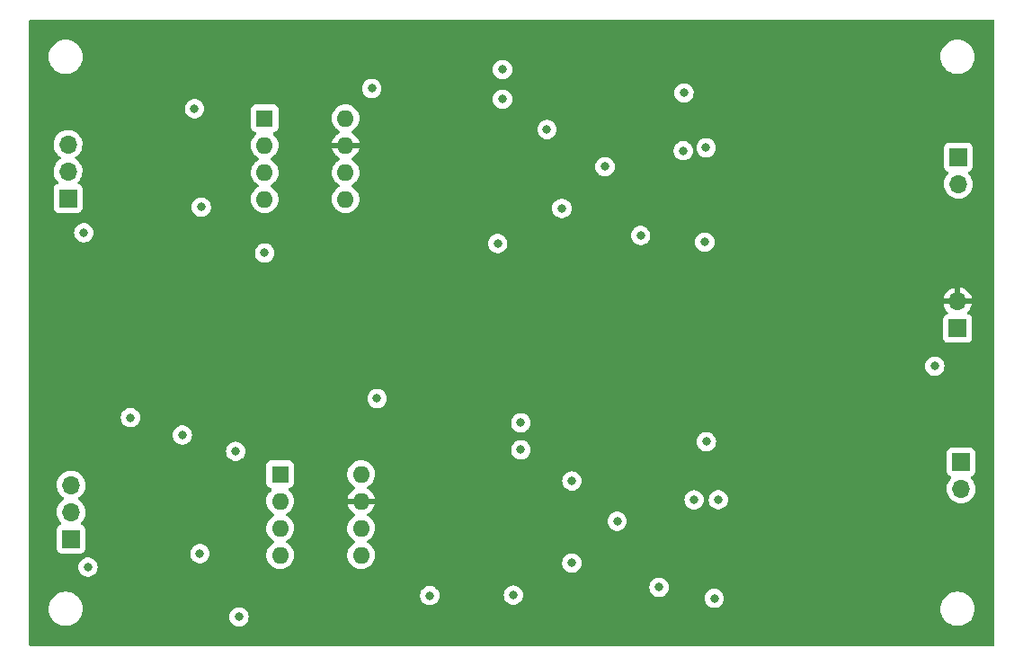
<source format=gbr>
%TF.GenerationSoftware,KiCad,Pcbnew,(6.99.0)*%
%TF.CreationDate,2022-07-26T17:29:38-07:00*%
%TF.ProjectId,eog-pcb-kicad,656f672d-7063-4622-9d6b-696361642e6b,rev?*%
%TF.SameCoordinates,Original*%
%TF.FileFunction,Copper,L3,Inr*%
%TF.FilePolarity,Positive*%
%FSLAX46Y46*%
G04 Gerber Fmt 4.6, Leading zero omitted, Abs format (unit mm)*
G04 Created by KiCad (PCBNEW (6.99.0)) date 2022-07-26 17:29:38*
%MOMM*%
%LPD*%
G01*
G04 APERTURE LIST*
%TA.AperFunction,ComponentPad*%
%ADD10R,1.700000X1.700000*%
%TD*%
%TA.AperFunction,ComponentPad*%
%ADD11O,1.700000X1.700000*%
%TD*%
%TA.AperFunction,ComponentPad*%
%ADD12R,1.600000X1.600000*%
%TD*%
%TA.AperFunction,ComponentPad*%
%ADD13O,1.600000X1.600000*%
%TD*%
%TA.AperFunction,ViaPad*%
%ADD14C,0.800000*%
%TD*%
G04 APERTURE END LIST*
D10*
%TO.N,/AOUT_CH0*%
%TO.C,J3*%
X184143000Y-78331000D03*
D11*
%TO.N,GND*%
X184143000Y-80871000D03*
%TD*%
D10*
%TO.N,/AOUT_CH1*%
%TO.C,J6*%
X184406000Y-107043000D03*
D11*
%TO.N,GND*%
X184406000Y-109583000D03*
%TD*%
D12*
%TO.N,Net-(R19-Pad1)*%
%TO.C,U5*%
X120279000Y-108201000D03*
D13*
%TO.N,/IA_IN-_CH1*%
X120279000Y-110741000D03*
%TO.N,/IA_IN+_CH1*%
X120279000Y-113281000D03*
%TO.N,VDD_NEG_5V*%
X120279000Y-115821000D03*
%TO.N,GND*%
X127899000Y-115821000D03*
%TO.N,/IA_OUT_CH1*%
X127899000Y-113281000D03*
%TO.N,VDD*%
X127899000Y-110741000D03*
%TO.N,Net-(R19-Pad2)*%
X127899000Y-108201000D03*
%TD*%
D12*
%TO.N,Net-(R3-Pad1)*%
%TO.C,U2*%
X118818500Y-74673000D03*
D13*
%TO.N,/IA_IN-_CH0*%
X118818500Y-77213000D03*
%TO.N,/IA_IN+_CH0*%
X118818500Y-79753000D03*
%TO.N,VDD_NEG_5V*%
X118818500Y-82293000D03*
%TO.N,GND*%
X126438500Y-82293000D03*
%TO.N,/IA_OUT_CH0*%
X126438500Y-79753000D03*
%TO.N,VDD*%
X126438500Y-77213000D03*
%TO.N,Net-(R3-Pad2)*%
X126438500Y-74673000D03*
%TD*%
D10*
%TO.N,GND*%
%TO.C,J1*%
X100295000Y-82206000D03*
D11*
%TO.N,E1_CH0*%
X100295000Y-79666000D03*
%TO.N,E2_CH0*%
X100295000Y-77126000D03*
%TD*%
D10*
%TO.N,GND*%
%TO.C,J4*%
X100584000Y-114297500D03*
D11*
%TO.N,E1_CH1*%
X100584000Y-111757500D03*
%TO.N,E2_CH1*%
X100584000Y-109217500D03*
%TD*%
D10*
%TO.N,GND*%
%TO.C,J2*%
X184086500Y-94475000D03*
D11*
%TO.N,VDD*%
X184086500Y-91935000D03*
%TD*%
D14*
%TO.N,/LPF_IN+_CH1*%
X159258000Y-110617000D03*
%TO.N,/LPF_IN+_CH0*%
X158242000Y-77724000D03*
%TO.N,GND*%
X134366000Y-119634000D03*
X129400000Y-101079000D03*
%TO.N,VDD_NEG_5V*%
X142240000Y-119595500D03*
X154231000Y-85712000D03*
X118808500Y-87363000D03*
X155956000Y-118859000D03*
X140769000Y-86474000D03*
X116395500Y-121653000D03*
%TO.N,Net-(C14-Pad2)*%
X141215000Y-70091000D03*
X141215000Y-72885000D03*
%TO.N,VDD*%
X117602000Y-106045000D03*
X171717000Y-107302000D03*
X166243000Y-110604000D03*
X130111500Y-110617000D03*
X145288000Y-111086500D03*
X128905000Y-77838000D03*
X184086500Y-88887000D03*
X143881000Y-77825000D03*
X170360000Y-74282000D03*
X165344000Y-77444000D03*
%TO.N,Net-(C22-Pad2)*%
X142938500Y-105905000D03*
X142938500Y-103365000D03*
%TO.N,GND*%
X150867000Y-79235000D03*
X160264000Y-86334000D03*
X106172000Y-102870000D03*
X161163000Y-119900500D03*
X145405000Y-75729000D03*
X152019000Y-112636000D03*
X181927500Y-98031000D03*
X160391000Y-77444000D03*
X102171500Y-116954000D03*
X147751500Y-108839000D03*
X112204500Y-73774000D03*
X101780000Y-85458000D03*
X116078000Y-106045000D03*
X112712500Y-115684000D03*
X128905000Y-71869000D03*
X158315000Y-72289000D03*
X112839500Y-83045000D03*
X111061500Y-104508000D03*
X160413000Y-105136750D03*
X161544000Y-110604000D03*
%TO.N,/LPF_IN+_CH0*%
X146802000Y-83159000D03*
%TO.N,/LPF_IN+_CH1*%
X147745500Y-116573000D03*
%TD*%
%TA.AperFunction,Conductor*%
%TO.N,VDD*%
G36*
X187509621Y-65412002D02*
G01*
X187556114Y-65465658D01*
X187567500Y-65518000D01*
X187567500Y-124250000D01*
X187547498Y-124318121D01*
X187493842Y-124364614D01*
X187441500Y-124376000D01*
X96709500Y-124376000D01*
X96641379Y-124355998D01*
X96594886Y-124302342D01*
X96583500Y-124250000D01*
X96583500Y-120884000D01*
X98462026Y-120884000D01*
X98481891Y-121136403D01*
X98540995Y-121382591D01*
X98542888Y-121387162D01*
X98542889Y-121387164D01*
X98577050Y-121469635D01*
X98637884Y-121616502D01*
X98770172Y-121832376D01*
X98934602Y-122024898D01*
X99127124Y-122189328D01*
X99342998Y-122321616D01*
X99347568Y-122323509D01*
X99347572Y-122323511D01*
X99572336Y-122416611D01*
X99576909Y-122418505D01*
X99661532Y-122438821D01*
X99818284Y-122476454D01*
X99818290Y-122476455D01*
X99823097Y-122477609D01*
X99922916Y-122485465D01*
X100009845Y-122492307D01*
X100009852Y-122492307D01*
X100012301Y-122492500D01*
X100138699Y-122492500D01*
X100141148Y-122492307D01*
X100141155Y-122492307D01*
X100228084Y-122485465D01*
X100327903Y-122477609D01*
X100332710Y-122476455D01*
X100332716Y-122476454D01*
X100489468Y-122438821D01*
X100574091Y-122418505D01*
X100578664Y-122416611D01*
X100803428Y-122323511D01*
X100803432Y-122323509D01*
X100808002Y-122321616D01*
X101023876Y-122189328D01*
X101216398Y-122024898D01*
X101380828Y-121832376D01*
X101490750Y-121653000D01*
X115481996Y-121653000D01*
X115501958Y-121842928D01*
X115560973Y-122024556D01*
X115656460Y-122189944D01*
X115784247Y-122331866D01*
X115883343Y-122403864D01*
X115905085Y-122419660D01*
X115938748Y-122444118D01*
X115944776Y-122446802D01*
X115944778Y-122446803D01*
X116047416Y-122492500D01*
X116113212Y-122521794D01*
X116206613Y-122541647D01*
X116293556Y-122560128D01*
X116293561Y-122560128D01*
X116300013Y-122561500D01*
X116490987Y-122561500D01*
X116497439Y-122560128D01*
X116497444Y-122560128D01*
X116584387Y-122541647D01*
X116677788Y-122521794D01*
X116743584Y-122492500D01*
X116846222Y-122446803D01*
X116846224Y-122446802D01*
X116852252Y-122444118D01*
X116885916Y-122419660D01*
X116907657Y-122403864D01*
X117006753Y-122331866D01*
X117134540Y-122189944D01*
X117230027Y-122024556D01*
X117289042Y-121842928D01*
X117309004Y-121653000D01*
X117308314Y-121646435D01*
X117289732Y-121469635D01*
X117289732Y-121469633D01*
X117289042Y-121463072D01*
X117230027Y-121281444D01*
X117134540Y-121116056D01*
X117006753Y-120974134D01*
X116882695Y-120884000D01*
X182462026Y-120884000D01*
X182481891Y-121136403D01*
X182540995Y-121382591D01*
X182542888Y-121387162D01*
X182542889Y-121387164D01*
X182577050Y-121469635D01*
X182637884Y-121616502D01*
X182770172Y-121832376D01*
X182934602Y-122024898D01*
X183127124Y-122189328D01*
X183342998Y-122321616D01*
X183347568Y-122323509D01*
X183347572Y-122323511D01*
X183572336Y-122416611D01*
X183576909Y-122418505D01*
X183661532Y-122438821D01*
X183818284Y-122476454D01*
X183818290Y-122476455D01*
X183823097Y-122477609D01*
X183922916Y-122485465D01*
X184009845Y-122492307D01*
X184009852Y-122492307D01*
X184012301Y-122492500D01*
X184138699Y-122492500D01*
X184141148Y-122492307D01*
X184141155Y-122492307D01*
X184228084Y-122485465D01*
X184327903Y-122477609D01*
X184332710Y-122476455D01*
X184332716Y-122476454D01*
X184489468Y-122438821D01*
X184574091Y-122418505D01*
X184578664Y-122416611D01*
X184803428Y-122323511D01*
X184803432Y-122323509D01*
X184808002Y-122321616D01*
X185023876Y-122189328D01*
X185216398Y-122024898D01*
X185380828Y-121832376D01*
X185513116Y-121616502D01*
X185573951Y-121469635D01*
X185608111Y-121387164D01*
X185608112Y-121387162D01*
X185610005Y-121382591D01*
X185669109Y-121136403D01*
X185688974Y-120884000D01*
X185669109Y-120631597D01*
X185638187Y-120502794D01*
X185611160Y-120390221D01*
X185610005Y-120385409D01*
X185565618Y-120278249D01*
X185515011Y-120156072D01*
X185515009Y-120156068D01*
X185513116Y-120151498D01*
X185380828Y-119935624D01*
X185216398Y-119743102D01*
X185023876Y-119578672D01*
X184808002Y-119446384D01*
X184803432Y-119444491D01*
X184803428Y-119444489D01*
X184578664Y-119351389D01*
X184578662Y-119351388D01*
X184574091Y-119349495D01*
X184489468Y-119329179D01*
X184332716Y-119291546D01*
X184332710Y-119291545D01*
X184327903Y-119290391D01*
X184228084Y-119282535D01*
X184141155Y-119275693D01*
X184141148Y-119275693D01*
X184138699Y-119275500D01*
X184012301Y-119275500D01*
X184009852Y-119275693D01*
X184009845Y-119275693D01*
X183922916Y-119282535D01*
X183823097Y-119290391D01*
X183818290Y-119291545D01*
X183818284Y-119291546D01*
X183661532Y-119329179D01*
X183576909Y-119349495D01*
X183572338Y-119351388D01*
X183572336Y-119351389D01*
X183347572Y-119444489D01*
X183347568Y-119444491D01*
X183342998Y-119446384D01*
X183127124Y-119578672D01*
X182934602Y-119743102D01*
X182770172Y-119935624D01*
X182637884Y-120151498D01*
X182635991Y-120156068D01*
X182635989Y-120156072D01*
X182585382Y-120278249D01*
X182540995Y-120385409D01*
X182539840Y-120390221D01*
X182512814Y-120502794D01*
X182481891Y-120631597D01*
X182462026Y-120884000D01*
X116882695Y-120884000D01*
X116852252Y-120861882D01*
X116846224Y-120859198D01*
X116846222Y-120859197D01*
X116683819Y-120786891D01*
X116683818Y-120786891D01*
X116677788Y-120784206D01*
X116584387Y-120764353D01*
X116497444Y-120745872D01*
X116497439Y-120745872D01*
X116490987Y-120744500D01*
X116300013Y-120744500D01*
X116293561Y-120745872D01*
X116293556Y-120745872D01*
X116206613Y-120764353D01*
X116113212Y-120784206D01*
X116107182Y-120786891D01*
X116107181Y-120786891D01*
X115944778Y-120859197D01*
X115944776Y-120859198D01*
X115938748Y-120861882D01*
X115784247Y-120974134D01*
X115656460Y-121116056D01*
X115560973Y-121281444D01*
X115501958Y-121463072D01*
X115501268Y-121469633D01*
X115501268Y-121469635D01*
X115482686Y-121646435D01*
X115481996Y-121653000D01*
X101490750Y-121653000D01*
X101513116Y-121616502D01*
X101573951Y-121469635D01*
X101608111Y-121387164D01*
X101608112Y-121387162D01*
X101610005Y-121382591D01*
X101669109Y-121136403D01*
X101688974Y-120884000D01*
X101669109Y-120631597D01*
X101638187Y-120502794D01*
X101611160Y-120390221D01*
X101610005Y-120385409D01*
X101565618Y-120278249D01*
X101515011Y-120156072D01*
X101515009Y-120156068D01*
X101513116Y-120151498D01*
X101380828Y-119935624D01*
X101216398Y-119743102D01*
X101088656Y-119634000D01*
X133452496Y-119634000D01*
X133453186Y-119640565D01*
X133468412Y-119785428D01*
X133472458Y-119823928D01*
X133531473Y-120005556D01*
X133626960Y-120170944D01*
X133631378Y-120175851D01*
X133631379Y-120175852D01*
X133723578Y-120278249D01*
X133754747Y-120312866D01*
X133848299Y-120380836D01*
X133856258Y-120386618D01*
X133909248Y-120425118D01*
X133915276Y-120427802D01*
X133915278Y-120427803D01*
X134077681Y-120500109D01*
X134083712Y-120502794D01*
X134177113Y-120522647D01*
X134264056Y-120541128D01*
X134264061Y-120541128D01*
X134270513Y-120542500D01*
X134461487Y-120542500D01*
X134467939Y-120541128D01*
X134467944Y-120541128D01*
X134554887Y-120522647D01*
X134648288Y-120502794D01*
X134654319Y-120500109D01*
X134816722Y-120427803D01*
X134816724Y-120427802D01*
X134822752Y-120425118D01*
X134875743Y-120386618D01*
X134883701Y-120380836D01*
X134977253Y-120312866D01*
X135008422Y-120278249D01*
X135100621Y-120175852D01*
X135100622Y-120175851D01*
X135105040Y-120170944D01*
X135200527Y-120005556D01*
X135259542Y-119823928D01*
X135263589Y-119785428D01*
X135278814Y-119640565D01*
X135279504Y-119634000D01*
X135275458Y-119595500D01*
X141326496Y-119595500D01*
X141327186Y-119602065D01*
X141344430Y-119766128D01*
X141346458Y-119785428D01*
X141405473Y-119967056D01*
X141500960Y-120132444D01*
X141505378Y-120137351D01*
X141505379Y-120137352D01*
X141540045Y-120175852D01*
X141628747Y-120274366D01*
X141783248Y-120386618D01*
X141789276Y-120389302D01*
X141789278Y-120389303D01*
X141908429Y-120442352D01*
X141957712Y-120464294D01*
X142051112Y-120484147D01*
X142138056Y-120502628D01*
X142138061Y-120502628D01*
X142144513Y-120504000D01*
X142335487Y-120504000D01*
X142341939Y-120502628D01*
X142341944Y-120502628D01*
X142428888Y-120484147D01*
X142522288Y-120464294D01*
X142571571Y-120442352D01*
X142690722Y-120389303D01*
X142690724Y-120389302D01*
X142696752Y-120386618D01*
X142851253Y-120274366D01*
X142939955Y-120175852D01*
X142974621Y-120137352D01*
X142974622Y-120137351D01*
X142979040Y-120132444D01*
X143074527Y-119967056D01*
X143096153Y-119900500D01*
X160249496Y-119900500D01*
X160269458Y-120090428D01*
X160328473Y-120272056D01*
X160331776Y-120277778D01*
X160331777Y-120277779D01*
X160349199Y-120307955D01*
X160423960Y-120437444D01*
X160551747Y-120579366D01*
X160706248Y-120691618D01*
X160712276Y-120694302D01*
X160712278Y-120694303D01*
X160825023Y-120744500D01*
X160880712Y-120769294D01*
X160963499Y-120786891D01*
X161061056Y-120807628D01*
X161061061Y-120807628D01*
X161067513Y-120809000D01*
X161258487Y-120809000D01*
X161264939Y-120807628D01*
X161264944Y-120807628D01*
X161362501Y-120786891D01*
X161445288Y-120769294D01*
X161500977Y-120744500D01*
X161613722Y-120694303D01*
X161613724Y-120694302D01*
X161619752Y-120691618D01*
X161774253Y-120579366D01*
X161902040Y-120437444D01*
X161976801Y-120307955D01*
X161994223Y-120277779D01*
X161994224Y-120277778D01*
X161997527Y-120272056D01*
X162056542Y-120090428D01*
X162076504Y-119900500D01*
X162067766Y-119817365D01*
X162057232Y-119717135D01*
X162057232Y-119717133D01*
X162056542Y-119710572D01*
X161997527Y-119528944D01*
X161902040Y-119363556D01*
X161889380Y-119349495D01*
X161778675Y-119226545D01*
X161778674Y-119226544D01*
X161774253Y-119221634D01*
X161619752Y-119109382D01*
X161613724Y-119106698D01*
X161613722Y-119106697D01*
X161451319Y-119034391D01*
X161451318Y-119034391D01*
X161445288Y-119031706D01*
X161351887Y-119011853D01*
X161264944Y-118993372D01*
X161264939Y-118993372D01*
X161258487Y-118992000D01*
X161067513Y-118992000D01*
X161061061Y-118993372D01*
X161061056Y-118993372D01*
X160974113Y-119011853D01*
X160880712Y-119031706D01*
X160874682Y-119034391D01*
X160874681Y-119034391D01*
X160712278Y-119106697D01*
X160712276Y-119106698D01*
X160706248Y-119109382D01*
X160551747Y-119221634D01*
X160547326Y-119226544D01*
X160547325Y-119226545D01*
X160436621Y-119349495D01*
X160423960Y-119363556D01*
X160328473Y-119528944D01*
X160269458Y-119710572D01*
X160268768Y-119717133D01*
X160268768Y-119717135D01*
X160258234Y-119817365D01*
X160249496Y-119900500D01*
X143096153Y-119900500D01*
X143133542Y-119785428D01*
X143135571Y-119766128D01*
X143152814Y-119602065D01*
X143153504Y-119595500D01*
X143147855Y-119541749D01*
X143134232Y-119412135D01*
X143134232Y-119412133D01*
X143133542Y-119405572D01*
X143074527Y-119223944D01*
X143070952Y-119217751D01*
X142982341Y-119064274D01*
X142979040Y-119058556D01*
X142890341Y-118960045D01*
X142855675Y-118921545D01*
X142855674Y-118921544D01*
X142851253Y-118916634D01*
X142771927Y-118859000D01*
X155042496Y-118859000D01*
X155043186Y-118865565D01*
X155048554Y-118916634D01*
X155062458Y-119048928D01*
X155121473Y-119230556D01*
X155124776Y-119236278D01*
X155124777Y-119236279D01*
X155143512Y-119268729D01*
X155216960Y-119395944D01*
X155221378Y-119400851D01*
X155221379Y-119400852D01*
X155340325Y-119532955D01*
X155344747Y-119537866D01*
X155405331Y-119581883D01*
X155477064Y-119634000D01*
X155499248Y-119650118D01*
X155505276Y-119652802D01*
X155505278Y-119652803D01*
X155649771Y-119717135D01*
X155673712Y-119727794D01*
X155763401Y-119746858D01*
X155854056Y-119766128D01*
X155854061Y-119766128D01*
X155860513Y-119767500D01*
X156051487Y-119767500D01*
X156057939Y-119766128D01*
X156057944Y-119766128D01*
X156148599Y-119746858D01*
X156238288Y-119727794D01*
X156262229Y-119717135D01*
X156406722Y-119652803D01*
X156406724Y-119652802D01*
X156412752Y-119650118D01*
X156434937Y-119634000D01*
X156506669Y-119581883D01*
X156567253Y-119537866D01*
X156571675Y-119532955D01*
X156690621Y-119400852D01*
X156690622Y-119400851D01*
X156695040Y-119395944D01*
X156768488Y-119268729D01*
X156787223Y-119236279D01*
X156787224Y-119236278D01*
X156790527Y-119230556D01*
X156849542Y-119048928D01*
X156863447Y-118916634D01*
X156868814Y-118865565D01*
X156869504Y-118859000D01*
X156864171Y-118808263D01*
X156850232Y-118675635D01*
X156850232Y-118675633D01*
X156849542Y-118669072D01*
X156790527Y-118487444D01*
X156695040Y-118322056D01*
X156567253Y-118180134D01*
X156412752Y-118067882D01*
X156406724Y-118065198D01*
X156406722Y-118065197D01*
X156244319Y-117992891D01*
X156244318Y-117992891D01*
X156238288Y-117990206D01*
X156144888Y-117970353D01*
X156057944Y-117951872D01*
X156057939Y-117951872D01*
X156051487Y-117950500D01*
X155860513Y-117950500D01*
X155854061Y-117951872D01*
X155854056Y-117951872D01*
X155767112Y-117970353D01*
X155673712Y-117990206D01*
X155667682Y-117992891D01*
X155667681Y-117992891D01*
X155505278Y-118065197D01*
X155505276Y-118065198D01*
X155499248Y-118067882D01*
X155344747Y-118180134D01*
X155216960Y-118322056D01*
X155121473Y-118487444D01*
X155062458Y-118669072D01*
X155061768Y-118675633D01*
X155061768Y-118675635D01*
X155047829Y-118808263D01*
X155042496Y-118859000D01*
X142771927Y-118859000D01*
X142752157Y-118844636D01*
X142702094Y-118808263D01*
X142702093Y-118808262D01*
X142696752Y-118804382D01*
X142690724Y-118801698D01*
X142690722Y-118801697D01*
X142528319Y-118729391D01*
X142528318Y-118729391D01*
X142522288Y-118726706D01*
X142428888Y-118706853D01*
X142341944Y-118688372D01*
X142341939Y-118688372D01*
X142335487Y-118687000D01*
X142144513Y-118687000D01*
X142138061Y-118688372D01*
X142138056Y-118688372D01*
X142051112Y-118706853D01*
X141957712Y-118726706D01*
X141951682Y-118729391D01*
X141951681Y-118729391D01*
X141789278Y-118801697D01*
X141789276Y-118801698D01*
X141783248Y-118804382D01*
X141777907Y-118808262D01*
X141777906Y-118808263D01*
X141727843Y-118844636D01*
X141628747Y-118916634D01*
X141624326Y-118921544D01*
X141624325Y-118921545D01*
X141589660Y-118960045D01*
X141500960Y-119058556D01*
X141497659Y-119064274D01*
X141409049Y-119217751D01*
X141405473Y-119223944D01*
X141346458Y-119405572D01*
X141345768Y-119412133D01*
X141345768Y-119412135D01*
X141332145Y-119541749D01*
X141326496Y-119595500D01*
X135275458Y-119595500D01*
X135273689Y-119578672D01*
X135260232Y-119450635D01*
X135260232Y-119450633D01*
X135259542Y-119444072D01*
X135200527Y-119262444D01*
X135182117Y-119230556D01*
X135108341Y-119102774D01*
X135105040Y-119097056D01*
X135070375Y-119058556D01*
X134981675Y-118960045D01*
X134981674Y-118960044D01*
X134977253Y-118955134D01*
X134853972Y-118865565D01*
X134828094Y-118846763D01*
X134828093Y-118846762D01*
X134822752Y-118842882D01*
X134816724Y-118840198D01*
X134816722Y-118840197D01*
X134654319Y-118767891D01*
X134654318Y-118767891D01*
X134648288Y-118765206D01*
X134554888Y-118745353D01*
X134467944Y-118726872D01*
X134467939Y-118726872D01*
X134461487Y-118725500D01*
X134270513Y-118725500D01*
X134264061Y-118726872D01*
X134264056Y-118726872D01*
X134177112Y-118745353D01*
X134083712Y-118765206D01*
X134077682Y-118767891D01*
X134077681Y-118767891D01*
X133915278Y-118840197D01*
X133915276Y-118840198D01*
X133909248Y-118842882D01*
X133903907Y-118846762D01*
X133903906Y-118846763D01*
X133878028Y-118865565D01*
X133754747Y-118955134D01*
X133750326Y-118960044D01*
X133750325Y-118960045D01*
X133661626Y-119058556D01*
X133626960Y-119097056D01*
X133623659Y-119102774D01*
X133549884Y-119230556D01*
X133531473Y-119262444D01*
X133472458Y-119444072D01*
X133471768Y-119450633D01*
X133471768Y-119450635D01*
X133458311Y-119578672D01*
X133452496Y-119634000D01*
X101088656Y-119634000D01*
X101023876Y-119578672D01*
X100808002Y-119446384D01*
X100803432Y-119444491D01*
X100803428Y-119444489D01*
X100578664Y-119351389D01*
X100578662Y-119351388D01*
X100574091Y-119349495D01*
X100489468Y-119329179D01*
X100332716Y-119291546D01*
X100332710Y-119291545D01*
X100327903Y-119290391D01*
X100228084Y-119282535D01*
X100141155Y-119275693D01*
X100141148Y-119275693D01*
X100138699Y-119275500D01*
X100012301Y-119275500D01*
X100009852Y-119275693D01*
X100009845Y-119275693D01*
X99922916Y-119282535D01*
X99823097Y-119290391D01*
X99818290Y-119291545D01*
X99818284Y-119291546D01*
X99661532Y-119329179D01*
X99576909Y-119349495D01*
X99572338Y-119351388D01*
X99572336Y-119351389D01*
X99347572Y-119444489D01*
X99347568Y-119444491D01*
X99342998Y-119446384D01*
X99127124Y-119578672D01*
X98934602Y-119743102D01*
X98770172Y-119935624D01*
X98637884Y-120151498D01*
X98635991Y-120156068D01*
X98635989Y-120156072D01*
X98585382Y-120278249D01*
X98540995Y-120385409D01*
X98539840Y-120390221D01*
X98512814Y-120502794D01*
X98481891Y-120631597D01*
X98462026Y-120884000D01*
X96583500Y-120884000D01*
X96583500Y-116954000D01*
X101257996Y-116954000D01*
X101258686Y-116960565D01*
X101276917Y-117134019D01*
X101277958Y-117143928D01*
X101336973Y-117325556D01*
X101432460Y-117490944D01*
X101560247Y-117632866D01*
X101714748Y-117745118D01*
X101720776Y-117747802D01*
X101720778Y-117747803D01*
X101883181Y-117820109D01*
X101889212Y-117822794D01*
X101982612Y-117842647D01*
X102069556Y-117861128D01*
X102069561Y-117861128D01*
X102076013Y-117862500D01*
X102266987Y-117862500D01*
X102273439Y-117861128D01*
X102273444Y-117861128D01*
X102360388Y-117842647D01*
X102453788Y-117822794D01*
X102459819Y-117820109D01*
X102622222Y-117747803D01*
X102622224Y-117747802D01*
X102628252Y-117745118D01*
X102782753Y-117632866D01*
X102910540Y-117490944D01*
X103006027Y-117325556D01*
X103065042Y-117143928D01*
X103066084Y-117134019D01*
X103084314Y-116960565D01*
X103085004Y-116954000D01*
X103065042Y-116764072D01*
X103006027Y-116582444D01*
X103000575Y-116573000D01*
X102913841Y-116422774D01*
X102910540Y-116417056D01*
X102865244Y-116366749D01*
X102787175Y-116280045D01*
X102787174Y-116280044D01*
X102782753Y-116275134D01*
X102628252Y-116162882D01*
X102622224Y-116160198D01*
X102622222Y-116160197D01*
X102459819Y-116087891D01*
X102459818Y-116087891D01*
X102453788Y-116085206D01*
X102341221Y-116061279D01*
X102273444Y-116046872D01*
X102273439Y-116046872D01*
X102266987Y-116045500D01*
X102076013Y-116045500D01*
X102069561Y-116046872D01*
X102069556Y-116046872D01*
X102001779Y-116061279D01*
X101889212Y-116085206D01*
X101883182Y-116087891D01*
X101883181Y-116087891D01*
X101720778Y-116160197D01*
X101720776Y-116160198D01*
X101714748Y-116162882D01*
X101560247Y-116275134D01*
X101555826Y-116280044D01*
X101555825Y-116280045D01*
X101477757Y-116366749D01*
X101432460Y-116417056D01*
X101429159Y-116422774D01*
X101342426Y-116573000D01*
X101336973Y-116582444D01*
X101277958Y-116764072D01*
X101257996Y-116954000D01*
X96583500Y-116954000D01*
X96583500Y-115684000D01*
X111798996Y-115684000D01*
X111799686Y-115690565D01*
X111813971Y-115826475D01*
X111818958Y-115873928D01*
X111877973Y-116055556D01*
X111973460Y-116220944D01*
X111977878Y-116225851D01*
X111977879Y-116225852D01*
X112022253Y-116275134D01*
X112101247Y-116362866D01*
X112255748Y-116475118D01*
X112261776Y-116477802D01*
X112261778Y-116477803D01*
X112424181Y-116550109D01*
X112430212Y-116552794D01*
X112494388Y-116566435D01*
X112610556Y-116591128D01*
X112610561Y-116591128D01*
X112617013Y-116592500D01*
X112807987Y-116592500D01*
X112814439Y-116591128D01*
X112814444Y-116591128D01*
X112930612Y-116566435D01*
X112994788Y-116552794D01*
X113000819Y-116550109D01*
X113163222Y-116477803D01*
X113163224Y-116477802D01*
X113169252Y-116475118D01*
X113323753Y-116362866D01*
X113402747Y-116275134D01*
X113447121Y-116225852D01*
X113447122Y-116225851D01*
X113451540Y-116220944D01*
X113547027Y-116055556D01*
X113606042Y-115873928D01*
X113611030Y-115826475D01*
X113611605Y-115821000D01*
X118965502Y-115821000D01*
X118985457Y-116049087D01*
X118986881Y-116054400D01*
X118986881Y-116054402D01*
X118995855Y-116087891D01*
X119044716Y-116270243D01*
X119047039Y-116275224D01*
X119047039Y-116275225D01*
X119139151Y-116472762D01*
X119139154Y-116472767D01*
X119141477Y-116477749D01*
X119272802Y-116665300D01*
X119434700Y-116827198D01*
X119439208Y-116830355D01*
X119439211Y-116830357D01*
X119517389Y-116885098D01*
X119622251Y-116958523D01*
X119627233Y-116960846D01*
X119627238Y-116960849D01*
X119824775Y-117052961D01*
X119829757Y-117055284D01*
X119835065Y-117056706D01*
X119835067Y-117056707D01*
X120045598Y-117113119D01*
X120045600Y-117113119D01*
X120050913Y-117114543D01*
X120279000Y-117134498D01*
X120507087Y-117114543D01*
X120512400Y-117113119D01*
X120512402Y-117113119D01*
X120722933Y-117056707D01*
X120722935Y-117056706D01*
X120728243Y-117055284D01*
X120733225Y-117052961D01*
X120930762Y-116960849D01*
X120930767Y-116960846D01*
X120935749Y-116958523D01*
X121040611Y-116885098D01*
X121118789Y-116830357D01*
X121118792Y-116830355D01*
X121123300Y-116827198D01*
X121285198Y-116665300D01*
X121416523Y-116477749D01*
X121418846Y-116472767D01*
X121418849Y-116472762D01*
X121510961Y-116275225D01*
X121510961Y-116275224D01*
X121513284Y-116270243D01*
X121562146Y-116087891D01*
X121571119Y-116054402D01*
X121571119Y-116054400D01*
X121572543Y-116049087D01*
X121592498Y-115821000D01*
X126585502Y-115821000D01*
X126605457Y-116049087D01*
X126606881Y-116054400D01*
X126606881Y-116054402D01*
X126615855Y-116087891D01*
X126664716Y-116270243D01*
X126667039Y-116275224D01*
X126667039Y-116275225D01*
X126759151Y-116472762D01*
X126759154Y-116472767D01*
X126761477Y-116477749D01*
X126892802Y-116665300D01*
X127054700Y-116827198D01*
X127059208Y-116830355D01*
X127059211Y-116830357D01*
X127137389Y-116885098D01*
X127242251Y-116958523D01*
X127247233Y-116960846D01*
X127247238Y-116960849D01*
X127444775Y-117052961D01*
X127449757Y-117055284D01*
X127455065Y-117056706D01*
X127455067Y-117056707D01*
X127665598Y-117113119D01*
X127665600Y-117113119D01*
X127670913Y-117114543D01*
X127899000Y-117134498D01*
X128127087Y-117114543D01*
X128132400Y-117113119D01*
X128132402Y-117113119D01*
X128342933Y-117056707D01*
X128342935Y-117056706D01*
X128348243Y-117055284D01*
X128353225Y-117052961D01*
X128550762Y-116960849D01*
X128550767Y-116960846D01*
X128555749Y-116958523D01*
X128660611Y-116885098D01*
X128738789Y-116830357D01*
X128738792Y-116830355D01*
X128743300Y-116827198D01*
X128905198Y-116665300D01*
X128969827Y-116573000D01*
X146831996Y-116573000D01*
X146832686Y-116579565D01*
X146842107Y-116669197D01*
X146851958Y-116762928D01*
X146910973Y-116944556D01*
X146914276Y-116950278D01*
X146914277Y-116950279D01*
X146917214Y-116955366D01*
X147006460Y-117109944D01*
X147134247Y-117251866D01*
X147288748Y-117364118D01*
X147294776Y-117366802D01*
X147294778Y-117366803D01*
X147457181Y-117439109D01*
X147463212Y-117441794D01*
X147556612Y-117461647D01*
X147643556Y-117480128D01*
X147643561Y-117480128D01*
X147650013Y-117481500D01*
X147840987Y-117481500D01*
X147847439Y-117480128D01*
X147847444Y-117480128D01*
X147934388Y-117461647D01*
X148027788Y-117441794D01*
X148033819Y-117439109D01*
X148196222Y-117366803D01*
X148196224Y-117366802D01*
X148202252Y-117364118D01*
X148356753Y-117251866D01*
X148484540Y-117109944D01*
X148573786Y-116955366D01*
X148576723Y-116950279D01*
X148576724Y-116950278D01*
X148580027Y-116944556D01*
X148639042Y-116762928D01*
X148648894Y-116669197D01*
X148658314Y-116579565D01*
X148659004Y-116573000D01*
X148658314Y-116566435D01*
X148639732Y-116389635D01*
X148639732Y-116389633D01*
X148639042Y-116383072D01*
X148580027Y-116201444D01*
X148484540Y-116036056D01*
X148356753Y-115894134D01*
X148202252Y-115781882D01*
X148196224Y-115779198D01*
X148196222Y-115779197D01*
X148033819Y-115706891D01*
X148033818Y-115706891D01*
X148027788Y-115704206D01*
X147932727Y-115684000D01*
X147847444Y-115665872D01*
X147847439Y-115665872D01*
X147840987Y-115664500D01*
X147650013Y-115664500D01*
X147643561Y-115665872D01*
X147643556Y-115665872D01*
X147558273Y-115684000D01*
X147463212Y-115704206D01*
X147457182Y-115706891D01*
X147457181Y-115706891D01*
X147294778Y-115779197D01*
X147294776Y-115779198D01*
X147288748Y-115781882D01*
X147134247Y-115894134D01*
X147006460Y-116036056D01*
X146910973Y-116201444D01*
X146851958Y-116383072D01*
X146851268Y-116389633D01*
X146851268Y-116389635D01*
X146832686Y-116566435D01*
X146831996Y-116573000D01*
X128969827Y-116573000D01*
X129036523Y-116477749D01*
X129038846Y-116472767D01*
X129038849Y-116472762D01*
X129130961Y-116275225D01*
X129130961Y-116275224D01*
X129133284Y-116270243D01*
X129182146Y-116087891D01*
X129191119Y-116054402D01*
X129191119Y-116054400D01*
X129192543Y-116049087D01*
X129212498Y-115821000D01*
X129192543Y-115592913D01*
X129170530Y-115510761D01*
X129134707Y-115377067D01*
X129134706Y-115377065D01*
X129133284Y-115371757D01*
X129105626Y-115312444D01*
X129038849Y-115169238D01*
X129038846Y-115169233D01*
X129036523Y-115164251D01*
X128963098Y-115059389D01*
X128908357Y-114981211D01*
X128908355Y-114981208D01*
X128905198Y-114976700D01*
X128743300Y-114814802D01*
X128738792Y-114811645D01*
X128738789Y-114811643D01*
X128660611Y-114756902D01*
X128555749Y-114683477D01*
X128550767Y-114681154D01*
X128550762Y-114681151D01*
X128516543Y-114665195D01*
X128463258Y-114618278D01*
X128443797Y-114550001D01*
X128464339Y-114482041D01*
X128516543Y-114436805D01*
X128550762Y-114420849D01*
X128550767Y-114420846D01*
X128555749Y-114418523D01*
X128660611Y-114345098D01*
X128738789Y-114290357D01*
X128738792Y-114290355D01*
X128743300Y-114287198D01*
X128905198Y-114125300D01*
X129036523Y-113937749D01*
X129038846Y-113932767D01*
X129038849Y-113932762D01*
X129130961Y-113735225D01*
X129130961Y-113735224D01*
X129133284Y-113730243D01*
X129192543Y-113509087D01*
X129212498Y-113281000D01*
X129192543Y-113052913D01*
X129180390Y-113007556D01*
X129134707Y-112837067D01*
X129134706Y-112837065D01*
X129133284Y-112831757D01*
X129089885Y-112738687D01*
X129042002Y-112636000D01*
X151105496Y-112636000D01*
X151106186Y-112642565D01*
X151122480Y-112797590D01*
X151125458Y-112825928D01*
X151184473Y-113007556D01*
X151279960Y-113172944D01*
X151407747Y-113314866D01*
X151562248Y-113427118D01*
X151568276Y-113429802D01*
X151568278Y-113429803D01*
X151730681Y-113502109D01*
X151736712Y-113504794D01*
X151830112Y-113524647D01*
X151917056Y-113543128D01*
X151917061Y-113543128D01*
X151923513Y-113544500D01*
X152114487Y-113544500D01*
X152120939Y-113543128D01*
X152120944Y-113543128D01*
X152207888Y-113524647D01*
X152301288Y-113504794D01*
X152307319Y-113502109D01*
X152469722Y-113429803D01*
X152469724Y-113429802D01*
X152475752Y-113427118D01*
X152630253Y-113314866D01*
X152758040Y-113172944D01*
X152853527Y-113007556D01*
X152912542Y-112825928D01*
X152915521Y-112797590D01*
X152931814Y-112642565D01*
X152932504Y-112636000D01*
X152914403Y-112463777D01*
X152913232Y-112452635D01*
X152913232Y-112452633D01*
X152912542Y-112446072D01*
X152853527Y-112264444D01*
X152758040Y-112099056D01*
X152740597Y-112079683D01*
X152634675Y-111962045D01*
X152634674Y-111962044D01*
X152630253Y-111957134D01*
X152522055Y-111878523D01*
X152481094Y-111848763D01*
X152481093Y-111848762D01*
X152475752Y-111844882D01*
X152469724Y-111842198D01*
X152469722Y-111842197D01*
X152307319Y-111769891D01*
X152307318Y-111769891D01*
X152301288Y-111767206D01*
X152207158Y-111747198D01*
X152120944Y-111728872D01*
X152120939Y-111728872D01*
X152114487Y-111727500D01*
X151923513Y-111727500D01*
X151917061Y-111728872D01*
X151917056Y-111728872D01*
X151830842Y-111747198D01*
X151736712Y-111767206D01*
X151730682Y-111769891D01*
X151730681Y-111769891D01*
X151568278Y-111842197D01*
X151568276Y-111842198D01*
X151562248Y-111844882D01*
X151556907Y-111848762D01*
X151556906Y-111848763D01*
X151515945Y-111878523D01*
X151407747Y-111957134D01*
X151403326Y-111962044D01*
X151403325Y-111962045D01*
X151297404Y-112079683D01*
X151279960Y-112099056D01*
X151184473Y-112264444D01*
X151125458Y-112446072D01*
X151124768Y-112452633D01*
X151124768Y-112452635D01*
X151123597Y-112463777D01*
X151105496Y-112636000D01*
X129042002Y-112636000D01*
X129038849Y-112629238D01*
X129038846Y-112629233D01*
X129036523Y-112624251D01*
X128921217Y-112459577D01*
X128908357Y-112441211D01*
X128908355Y-112441208D01*
X128905198Y-112436700D01*
X128743300Y-112274802D01*
X128738792Y-112271645D01*
X128738789Y-112271643D01*
X128660611Y-112216902D01*
X128555749Y-112143477D01*
X128550767Y-112141154D01*
X128550762Y-112141151D01*
X128515951Y-112124919D01*
X128462666Y-112078002D01*
X128443205Y-112009725D01*
X128463747Y-111941765D01*
X128515951Y-111896529D01*
X128550511Y-111880414D01*
X128560007Y-111874931D01*
X128738467Y-111749972D01*
X128746875Y-111742916D01*
X128900916Y-111588875D01*
X128907972Y-111580467D01*
X129032931Y-111402007D01*
X129038414Y-111392511D01*
X129130490Y-111195053D01*
X129134236Y-111184761D01*
X129180394Y-111012497D01*
X129180058Y-110998401D01*
X129172116Y-110995000D01*
X126631033Y-110995000D01*
X126617502Y-110998973D01*
X126616273Y-111007522D01*
X126663764Y-111184761D01*
X126667510Y-111195053D01*
X126759586Y-111392511D01*
X126765069Y-111402007D01*
X126890028Y-111580467D01*
X126897084Y-111588875D01*
X127051125Y-111742916D01*
X127059533Y-111749972D01*
X127237993Y-111874931D01*
X127247489Y-111880414D01*
X127282049Y-111896529D01*
X127335334Y-111943446D01*
X127354795Y-112011723D01*
X127334253Y-112079683D01*
X127282049Y-112124919D01*
X127247238Y-112141151D01*
X127247233Y-112141154D01*
X127242251Y-112143477D01*
X127137389Y-112216902D01*
X127059211Y-112271643D01*
X127059208Y-112271645D01*
X127054700Y-112274802D01*
X126892802Y-112436700D01*
X126889645Y-112441208D01*
X126889643Y-112441211D01*
X126876783Y-112459577D01*
X126761477Y-112624251D01*
X126759154Y-112629233D01*
X126759151Y-112629238D01*
X126708115Y-112738687D01*
X126664716Y-112831757D01*
X126663294Y-112837065D01*
X126663293Y-112837067D01*
X126617610Y-113007556D01*
X126605457Y-113052913D01*
X126585502Y-113281000D01*
X126605457Y-113509087D01*
X126664716Y-113730243D01*
X126667039Y-113735224D01*
X126667039Y-113735225D01*
X126759151Y-113932762D01*
X126759154Y-113932767D01*
X126761477Y-113937749D01*
X126892802Y-114125300D01*
X127054700Y-114287198D01*
X127059208Y-114290355D01*
X127059211Y-114290357D01*
X127137389Y-114345098D01*
X127242251Y-114418523D01*
X127247233Y-114420846D01*
X127247238Y-114420849D01*
X127281457Y-114436805D01*
X127334742Y-114483722D01*
X127354203Y-114551999D01*
X127333661Y-114619959D01*
X127281457Y-114665195D01*
X127247238Y-114681151D01*
X127247233Y-114681154D01*
X127242251Y-114683477D01*
X127137389Y-114756902D01*
X127059211Y-114811643D01*
X127059208Y-114811645D01*
X127054700Y-114814802D01*
X126892802Y-114976700D01*
X126889645Y-114981208D01*
X126889643Y-114981211D01*
X126834902Y-115059389D01*
X126761477Y-115164251D01*
X126759154Y-115169233D01*
X126759151Y-115169238D01*
X126692374Y-115312444D01*
X126664716Y-115371757D01*
X126663294Y-115377065D01*
X126663293Y-115377067D01*
X126627470Y-115510761D01*
X126605457Y-115592913D01*
X126585502Y-115821000D01*
X121592498Y-115821000D01*
X121572543Y-115592913D01*
X121550530Y-115510761D01*
X121514707Y-115377067D01*
X121514706Y-115377065D01*
X121513284Y-115371757D01*
X121485626Y-115312444D01*
X121418849Y-115169238D01*
X121418846Y-115169233D01*
X121416523Y-115164251D01*
X121343098Y-115059389D01*
X121288357Y-114981211D01*
X121288355Y-114981208D01*
X121285198Y-114976700D01*
X121123300Y-114814802D01*
X121118792Y-114811645D01*
X121118789Y-114811643D01*
X121040611Y-114756902D01*
X120935749Y-114683477D01*
X120930767Y-114681154D01*
X120930762Y-114681151D01*
X120896543Y-114665195D01*
X120843258Y-114618278D01*
X120823797Y-114550001D01*
X120844339Y-114482041D01*
X120896543Y-114436805D01*
X120930762Y-114420849D01*
X120930767Y-114420846D01*
X120935749Y-114418523D01*
X121040611Y-114345098D01*
X121118789Y-114290357D01*
X121118792Y-114290355D01*
X121123300Y-114287198D01*
X121285198Y-114125300D01*
X121416523Y-113937749D01*
X121418846Y-113932767D01*
X121418849Y-113932762D01*
X121510961Y-113735225D01*
X121510961Y-113735224D01*
X121513284Y-113730243D01*
X121572543Y-113509087D01*
X121592498Y-113281000D01*
X121572543Y-113052913D01*
X121560390Y-113007556D01*
X121514707Y-112837067D01*
X121514706Y-112837065D01*
X121513284Y-112831757D01*
X121469885Y-112738687D01*
X121418849Y-112629238D01*
X121418846Y-112629233D01*
X121416523Y-112624251D01*
X121301217Y-112459577D01*
X121288357Y-112441211D01*
X121288355Y-112441208D01*
X121285198Y-112436700D01*
X121123300Y-112274802D01*
X121118792Y-112271645D01*
X121118789Y-112271643D01*
X121040611Y-112216902D01*
X120935749Y-112143477D01*
X120930767Y-112141154D01*
X120930762Y-112141151D01*
X120896543Y-112125195D01*
X120843258Y-112078278D01*
X120823797Y-112010001D01*
X120844339Y-111942041D01*
X120896543Y-111896805D01*
X120930762Y-111880849D01*
X120930767Y-111880846D01*
X120935749Y-111878523D01*
X121103782Y-111760865D01*
X121118789Y-111750357D01*
X121118792Y-111750355D01*
X121123300Y-111747198D01*
X121285198Y-111585300D01*
X121416523Y-111397749D01*
X121418846Y-111392767D01*
X121418849Y-111392762D01*
X121510961Y-111195225D01*
X121510961Y-111195224D01*
X121513284Y-111190243D01*
X121523011Y-111153944D01*
X121571119Y-110974402D01*
X121571119Y-110974400D01*
X121572543Y-110969087D01*
X121592498Y-110741000D01*
X121581649Y-110617000D01*
X158344496Y-110617000D01*
X158345186Y-110623565D01*
X158363092Y-110793928D01*
X158364458Y-110806928D01*
X158423473Y-110988556D01*
X158518960Y-111153944D01*
X158523378Y-111158851D01*
X158523379Y-111158852D01*
X158630620Y-111277955D01*
X158646747Y-111295866D01*
X158745843Y-111367864D01*
X158787051Y-111397803D01*
X158801248Y-111408118D01*
X158807276Y-111410802D01*
X158807278Y-111410803D01*
X158946513Y-111472794D01*
X158975712Y-111485794D01*
X159069112Y-111505647D01*
X159156056Y-111524128D01*
X159156061Y-111524128D01*
X159162513Y-111525500D01*
X159353487Y-111525500D01*
X159359939Y-111524128D01*
X159359944Y-111524128D01*
X159446888Y-111505647D01*
X159540288Y-111485794D01*
X159569487Y-111472794D01*
X159708722Y-111410803D01*
X159708724Y-111410802D01*
X159714752Y-111408118D01*
X159728950Y-111397803D01*
X159770157Y-111367864D01*
X159869253Y-111295866D01*
X159885380Y-111277955D01*
X159992621Y-111158852D01*
X159992622Y-111158851D01*
X159997040Y-111153944D01*
X160092527Y-110988556D01*
X160151542Y-110806928D01*
X160152909Y-110793928D01*
X160170814Y-110623565D01*
X160171504Y-110617000D01*
X160170138Y-110604000D01*
X160630496Y-110604000D01*
X160631186Y-110610565D01*
X160646251Y-110753896D01*
X160650458Y-110793928D01*
X160709473Y-110975556D01*
X160712776Y-110981278D01*
X160712777Y-110981279D01*
X160722993Y-110998973D01*
X160804960Y-111140944D01*
X160932747Y-111282866D01*
X161087248Y-111395118D01*
X161093276Y-111397802D01*
X161093278Y-111397803D01*
X161122477Y-111410803D01*
X161261712Y-111472794D01*
X161329327Y-111487166D01*
X161442056Y-111511128D01*
X161442061Y-111511128D01*
X161448513Y-111512500D01*
X161639487Y-111512500D01*
X161645939Y-111511128D01*
X161645944Y-111511128D01*
X161758673Y-111487166D01*
X161826288Y-111472794D01*
X161965523Y-111410803D01*
X161994722Y-111397803D01*
X161994724Y-111397802D01*
X162000752Y-111395118D01*
X162155253Y-111282866D01*
X162283040Y-111140944D01*
X162365007Y-110998973D01*
X162375223Y-110981279D01*
X162375224Y-110981278D01*
X162378527Y-110975556D01*
X162437542Y-110793928D01*
X162441750Y-110753896D01*
X162456814Y-110610565D01*
X162457504Y-110604000D01*
X162451709Y-110548864D01*
X162438232Y-110420635D01*
X162438232Y-110420633D01*
X162437542Y-110414072D01*
X162378527Y-110232444D01*
X162283040Y-110067056D01*
X162155253Y-109925134D01*
X162018645Y-109825882D01*
X162006094Y-109816763D01*
X162006093Y-109816762D01*
X162000752Y-109812882D01*
X161994724Y-109810198D01*
X161994722Y-109810197D01*
X161832319Y-109737891D01*
X161832318Y-109737891D01*
X161826288Y-109735206D01*
X161707102Y-109709872D01*
X161645944Y-109696872D01*
X161645939Y-109696872D01*
X161639487Y-109695500D01*
X161448513Y-109695500D01*
X161442061Y-109696872D01*
X161442056Y-109696872D01*
X161380898Y-109709872D01*
X161261712Y-109735206D01*
X161255682Y-109737891D01*
X161255681Y-109737891D01*
X161093278Y-109810197D01*
X161093276Y-109810198D01*
X161087248Y-109812882D01*
X161081907Y-109816762D01*
X161081906Y-109816763D01*
X161069355Y-109825882D01*
X160932747Y-109925134D01*
X160804960Y-110067056D01*
X160709473Y-110232444D01*
X160650458Y-110414072D01*
X160649768Y-110420633D01*
X160649768Y-110420635D01*
X160636291Y-110548864D01*
X160630496Y-110604000D01*
X160170138Y-110604000D01*
X160159297Y-110500857D01*
X160152232Y-110433635D01*
X160152232Y-110433633D01*
X160151542Y-110427072D01*
X160092527Y-110245444D01*
X160085022Y-110232444D01*
X160011232Y-110104637D01*
X159997040Y-110080056D01*
X159869253Y-109938134D01*
X159729394Y-109836520D01*
X159720094Y-109829763D01*
X159720093Y-109829762D01*
X159714752Y-109825882D01*
X159708724Y-109823198D01*
X159708722Y-109823197D01*
X159546319Y-109750891D01*
X159546318Y-109750891D01*
X159540288Y-109748206D01*
X159440400Y-109726974D01*
X159359944Y-109709872D01*
X159359939Y-109709872D01*
X159353487Y-109708500D01*
X159162513Y-109708500D01*
X159156061Y-109709872D01*
X159156056Y-109709872D01*
X159075600Y-109726974D01*
X158975712Y-109748206D01*
X158969682Y-109750891D01*
X158969681Y-109750891D01*
X158807278Y-109823197D01*
X158807276Y-109823198D01*
X158801248Y-109825882D01*
X158795907Y-109829762D01*
X158795906Y-109829763D01*
X158786606Y-109836520D01*
X158646747Y-109938134D01*
X158518960Y-110080056D01*
X158504768Y-110104637D01*
X158430979Y-110232444D01*
X158423473Y-110245444D01*
X158364458Y-110427072D01*
X158363768Y-110433633D01*
X158363768Y-110433635D01*
X158356703Y-110500857D01*
X158344496Y-110617000D01*
X121581649Y-110617000D01*
X121572543Y-110512913D01*
X121569313Y-110500857D01*
X121514707Y-110297067D01*
X121514706Y-110297065D01*
X121513284Y-110291757D01*
X121491688Y-110245444D01*
X121418849Y-110089238D01*
X121418846Y-110089233D01*
X121416523Y-110084251D01*
X121317649Y-109943045D01*
X121288357Y-109901211D01*
X121288355Y-109901208D01*
X121285198Y-109896700D01*
X121123300Y-109734802D01*
X121118789Y-109731643D01*
X121114576Y-109728108D01*
X121115527Y-109726974D01*
X121075529Y-109676929D01*
X121068224Y-109606310D01*
X121100258Y-109542951D01*
X121161462Y-109506970D01*
X121178517Y-109503918D01*
X121189316Y-109502745D01*
X121325705Y-109451615D01*
X121442261Y-109364261D01*
X121529615Y-109247705D01*
X121580745Y-109111316D01*
X121587500Y-109049134D01*
X121587500Y-108201000D01*
X126585502Y-108201000D01*
X126605457Y-108429087D01*
X126606881Y-108434400D01*
X126606881Y-108434402D01*
X126648437Y-108589488D01*
X126664716Y-108650243D01*
X126667039Y-108655224D01*
X126667039Y-108655225D01*
X126759151Y-108852762D01*
X126759154Y-108852767D01*
X126761477Y-108857749D01*
X126797840Y-108909680D01*
X126876743Y-109022365D01*
X126892802Y-109045300D01*
X127054700Y-109207198D01*
X127059208Y-109210355D01*
X127059211Y-109210357D01*
X127074218Y-109220865D01*
X127242251Y-109338523D01*
X127247233Y-109340846D01*
X127247238Y-109340849D01*
X127282049Y-109357081D01*
X127335334Y-109403998D01*
X127354795Y-109472275D01*
X127334253Y-109540235D01*
X127282049Y-109585471D01*
X127247489Y-109601586D01*
X127237993Y-109607069D01*
X127059533Y-109732028D01*
X127051125Y-109739084D01*
X126897084Y-109893125D01*
X126890028Y-109901533D01*
X126765069Y-110079993D01*
X126759586Y-110089489D01*
X126667510Y-110286947D01*
X126663764Y-110297239D01*
X126617606Y-110469503D01*
X126617942Y-110483599D01*
X126625884Y-110487000D01*
X129166967Y-110487000D01*
X129180498Y-110483027D01*
X129181727Y-110474478D01*
X129134236Y-110297239D01*
X129130490Y-110286947D01*
X129038414Y-110089489D01*
X129032931Y-110079993D01*
X128907972Y-109901533D01*
X128900916Y-109893125D01*
X128746875Y-109739084D01*
X128738467Y-109732028D01*
X128560007Y-109607069D01*
X128550511Y-109601586D01*
X128515951Y-109585471D01*
X128462666Y-109538554D01*
X128443205Y-109470277D01*
X128463747Y-109402317D01*
X128515951Y-109357081D01*
X128550762Y-109340849D01*
X128550767Y-109340846D01*
X128555749Y-109338523D01*
X128723782Y-109220865D01*
X128738789Y-109210357D01*
X128738792Y-109210355D01*
X128743300Y-109207198D01*
X128905198Y-109045300D01*
X128921258Y-109022365D01*
X129000160Y-108909680D01*
X129036523Y-108857749D01*
X129038846Y-108852767D01*
X129038849Y-108852762D01*
X129045266Y-108839000D01*
X146837996Y-108839000D01*
X146857958Y-109028928D01*
X146916973Y-109210556D01*
X147012460Y-109375944D01*
X147016878Y-109380851D01*
X147016879Y-109380852D01*
X147045165Y-109412267D01*
X147140247Y-109517866D01*
X147294748Y-109630118D01*
X147300776Y-109632802D01*
X147300778Y-109632803D01*
X147463181Y-109705109D01*
X147469212Y-109707794D01*
X147545201Y-109723946D01*
X147649556Y-109746128D01*
X147649561Y-109746128D01*
X147656013Y-109747500D01*
X147846987Y-109747500D01*
X147853439Y-109746128D01*
X147853444Y-109746128D01*
X147957799Y-109723946D01*
X148033788Y-109707794D01*
X148039819Y-109705109D01*
X148202222Y-109632803D01*
X148202224Y-109632802D01*
X148208252Y-109630118D01*
X148318944Y-109549695D01*
X183043251Y-109549695D01*
X183043548Y-109554848D01*
X183043548Y-109554851D01*
X183052745Y-109714357D01*
X183056110Y-109772715D01*
X183057247Y-109777761D01*
X183057248Y-109777767D01*
X183069497Y-109832116D01*
X183105222Y-109990639D01*
X183189266Y-110197616D01*
X183191965Y-110202020D01*
X183299178Y-110376976D01*
X183305987Y-110388088D01*
X183452250Y-110556938D01*
X183624126Y-110699632D01*
X183817000Y-110812338D01*
X184025692Y-110892030D01*
X184030760Y-110893061D01*
X184030763Y-110893062D01*
X184138017Y-110914883D01*
X184244597Y-110936567D01*
X184249772Y-110936757D01*
X184249774Y-110936757D01*
X184462673Y-110944564D01*
X184462677Y-110944564D01*
X184467837Y-110944753D01*
X184472957Y-110944097D01*
X184472959Y-110944097D01*
X184684288Y-110917025D01*
X184684289Y-110917025D01*
X184689416Y-110916368D01*
X184757636Y-110895901D01*
X184898429Y-110853661D01*
X184898434Y-110853659D01*
X184903384Y-110852174D01*
X185103994Y-110753896D01*
X185285860Y-110624173D01*
X185444096Y-110466489D01*
X185486273Y-110407794D01*
X185571435Y-110289277D01*
X185574453Y-110285077D01*
X185597360Y-110238729D01*
X185671136Y-110089453D01*
X185671137Y-110089451D01*
X185673430Y-110084811D01*
X185722356Y-109923777D01*
X185736865Y-109876023D01*
X185736865Y-109876021D01*
X185738370Y-109871069D01*
X185767529Y-109649590D01*
X185768005Y-109630118D01*
X185769074Y-109586365D01*
X185769074Y-109586361D01*
X185769156Y-109583000D01*
X185750852Y-109360361D01*
X185696431Y-109143702D01*
X185607354Y-108938840D01*
X185542765Y-108839000D01*
X185488822Y-108755617D01*
X185488820Y-108755614D01*
X185486014Y-108751277D01*
X185477673Y-108742110D01*
X185338798Y-108589488D01*
X185307746Y-108525642D01*
X185316141Y-108455143D01*
X185361317Y-108400375D01*
X185387761Y-108386706D01*
X185494297Y-108346767D01*
X185502705Y-108343615D01*
X185619261Y-108256261D01*
X185706615Y-108139705D01*
X185757745Y-108003316D01*
X185764500Y-107941134D01*
X185764500Y-106144866D01*
X185757745Y-106082684D01*
X185706615Y-105946295D01*
X185619261Y-105829739D01*
X185502705Y-105742385D01*
X185366316Y-105691255D01*
X185304134Y-105684500D01*
X183507866Y-105684500D01*
X183445684Y-105691255D01*
X183309295Y-105742385D01*
X183192739Y-105829739D01*
X183105385Y-105946295D01*
X183054255Y-106082684D01*
X183047500Y-106144866D01*
X183047500Y-107941134D01*
X183054255Y-108003316D01*
X183105385Y-108139705D01*
X183192739Y-108256261D01*
X183309295Y-108343615D01*
X183317704Y-108346767D01*
X183317705Y-108346768D01*
X183426451Y-108387535D01*
X183483216Y-108430176D01*
X183507916Y-108496738D01*
X183492709Y-108566087D01*
X183473316Y-108592568D01*
X183346629Y-108725138D01*
X183220743Y-108909680D01*
X183178808Y-109000022D01*
X183130794Y-109103460D01*
X183126688Y-109112305D01*
X183066989Y-109327570D01*
X183043251Y-109549695D01*
X148318944Y-109549695D01*
X148362753Y-109517866D01*
X148457835Y-109412267D01*
X148486121Y-109380852D01*
X148486122Y-109380851D01*
X148490540Y-109375944D01*
X148586027Y-109210556D01*
X148645042Y-109028928D01*
X148665004Y-108839000D01*
X148645042Y-108649072D01*
X148586027Y-108467444D01*
X148490540Y-108302056D01*
X148394174Y-108195030D01*
X148367175Y-108165045D01*
X148367174Y-108165044D01*
X148362753Y-108160134D01*
X148208252Y-108047882D01*
X148202224Y-108045198D01*
X148202222Y-108045197D01*
X148039819Y-107972891D01*
X148039818Y-107972891D01*
X148033788Y-107970206D01*
X147940387Y-107950353D01*
X147853444Y-107931872D01*
X147853439Y-107931872D01*
X147846987Y-107930500D01*
X147656013Y-107930500D01*
X147649561Y-107931872D01*
X147649556Y-107931872D01*
X147562612Y-107950353D01*
X147469212Y-107970206D01*
X147463182Y-107972891D01*
X147463181Y-107972891D01*
X147300778Y-108045197D01*
X147300776Y-108045198D01*
X147294748Y-108047882D01*
X147140247Y-108160134D01*
X147135826Y-108165044D01*
X147135825Y-108165045D01*
X147108827Y-108195030D01*
X147012460Y-108302056D01*
X146916973Y-108467444D01*
X146857958Y-108649072D01*
X146837996Y-108839000D01*
X129045266Y-108839000D01*
X129130961Y-108655225D01*
X129130961Y-108655224D01*
X129133284Y-108650243D01*
X129149564Y-108589488D01*
X129191119Y-108434402D01*
X129191119Y-108434400D01*
X129192543Y-108429087D01*
X129212498Y-108201000D01*
X129192543Y-107972913D01*
X129181546Y-107931872D01*
X129134707Y-107757067D01*
X129134706Y-107757065D01*
X129133284Y-107751757D01*
X129130961Y-107746775D01*
X129038849Y-107549238D01*
X129038846Y-107549233D01*
X129036523Y-107544251D01*
X128905198Y-107356700D01*
X128743300Y-107194802D01*
X128738792Y-107191645D01*
X128738789Y-107191643D01*
X128660611Y-107136902D01*
X128555749Y-107063477D01*
X128550767Y-107061154D01*
X128550762Y-107061151D01*
X128353225Y-106969039D01*
X128353224Y-106969039D01*
X128348243Y-106966716D01*
X128342935Y-106965294D01*
X128342933Y-106965293D01*
X128132402Y-106908881D01*
X128132400Y-106908881D01*
X128127087Y-106907457D01*
X127899000Y-106887502D01*
X127670913Y-106907457D01*
X127665600Y-106908881D01*
X127665598Y-106908881D01*
X127455067Y-106965293D01*
X127455065Y-106965294D01*
X127449757Y-106966716D01*
X127444776Y-106969039D01*
X127444775Y-106969039D01*
X127247238Y-107061151D01*
X127247233Y-107061154D01*
X127242251Y-107063477D01*
X127137389Y-107136902D01*
X127059211Y-107191643D01*
X127059208Y-107191645D01*
X127054700Y-107194802D01*
X126892802Y-107356700D01*
X126761477Y-107544251D01*
X126759154Y-107549233D01*
X126759151Y-107549238D01*
X126667039Y-107746775D01*
X126664716Y-107751757D01*
X126663294Y-107757065D01*
X126663293Y-107757067D01*
X126616454Y-107931872D01*
X126605457Y-107972913D01*
X126585502Y-108201000D01*
X121587500Y-108201000D01*
X121587500Y-107352866D01*
X121580745Y-107290684D01*
X121529615Y-107154295D01*
X121442261Y-107037739D01*
X121325705Y-106950385D01*
X121189316Y-106899255D01*
X121127134Y-106892500D01*
X119430866Y-106892500D01*
X119368684Y-106899255D01*
X119232295Y-106950385D01*
X119115739Y-107037739D01*
X119028385Y-107154295D01*
X118977255Y-107290684D01*
X118970500Y-107352866D01*
X118970500Y-109049134D01*
X118977255Y-109111316D01*
X119028385Y-109247705D01*
X119115739Y-109364261D01*
X119232295Y-109451615D01*
X119368684Y-109502745D01*
X119379474Y-109503917D01*
X119381606Y-109504803D01*
X119384222Y-109505425D01*
X119384121Y-109505848D01*
X119445035Y-109531155D01*
X119485463Y-109589517D01*
X119487922Y-109660471D01*
X119451629Y-109721490D01*
X119442969Y-109728489D01*
X119439207Y-109731646D01*
X119434700Y-109734802D01*
X119272802Y-109896700D01*
X119269645Y-109901208D01*
X119269643Y-109901211D01*
X119240351Y-109943045D01*
X119141477Y-110084251D01*
X119139154Y-110089233D01*
X119139151Y-110089238D01*
X119066312Y-110245444D01*
X119044716Y-110291757D01*
X119043294Y-110297065D01*
X119043293Y-110297067D01*
X118988687Y-110500857D01*
X118985457Y-110512913D01*
X118965502Y-110741000D01*
X118985457Y-110969087D01*
X118986881Y-110974400D01*
X118986881Y-110974402D01*
X119034990Y-111153944D01*
X119044716Y-111190243D01*
X119047039Y-111195224D01*
X119047039Y-111195225D01*
X119139151Y-111392762D01*
X119139154Y-111392767D01*
X119141477Y-111397749D01*
X119272802Y-111585300D01*
X119434700Y-111747198D01*
X119439208Y-111750355D01*
X119439211Y-111750357D01*
X119454218Y-111760865D01*
X119622251Y-111878523D01*
X119627233Y-111880846D01*
X119627238Y-111880849D01*
X119661457Y-111896805D01*
X119714742Y-111943722D01*
X119734203Y-112011999D01*
X119713661Y-112079959D01*
X119661457Y-112125195D01*
X119627238Y-112141151D01*
X119627233Y-112141154D01*
X119622251Y-112143477D01*
X119517389Y-112216902D01*
X119439211Y-112271643D01*
X119439208Y-112271645D01*
X119434700Y-112274802D01*
X119272802Y-112436700D01*
X119269645Y-112441208D01*
X119269643Y-112441211D01*
X119256783Y-112459577D01*
X119141477Y-112624251D01*
X119139154Y-112629233D01*
X119139151Y-112629238D01*
X119088115Y-112738687D01*
X119044716Y-112831757D01*
X119043294Y-112837065D01*
X119043293Y-112837067D01*
X118997610Y-113007556D01*
X118985457Y-113052913D01*
X118965502Y-113281000D01*
X118985457Y-113509087D01*
X119044716Y-113730243D01*
X119047039Y-113735224D01*
X119047039Y-113735225D01*
X119139151Y-113932762D01*
X119139154Y-113932767D01*
X119141477Y-113937749D01*
X119272802Y-114125300D01*
X119434700Y-114287198D01*
X119439208Y-114290355D01*
X119439211Y-114290357D01*
X119517389Y-114345098D01*
X119622251Y-114418523D01*
X119627233Y-114420846D01*
X119627238Y-114420849D01*
X119661457Y-114436805D01*
X119714742Y-114483722D01*
X119734203Y-114551999D01*
X119713661Y-114619959D01*
X119661457Y-114665195D01*
X119627238Y-114681151D01*
X119627233Y-114681154D01*
X119622251Y-114683477D01*
X119517389Y-114756902D01*
X119439211Y-114811643D01*
X119439208Y-114811645D01*
X119434700Y-114814802D01*
X119272802Y-114976700D01*
X119269645Y-114981208D01*
X119269643Y-114981211D01*
X119214902Y-115059389D01*
X119141477Y-115164251D01*
X119139154Y-115169233D01*
X119139151Y-115169238D01*
X119072374Y-115312444D01*
X119044716Y-115371757D01*
X119043294Y-115377065D01*
X119043293Y-115377067D01*
X119007470Y-115510761D01*
X118985457Y-115592913D01*
X118965502Y-115821000D01*
X113611605Y-115821000D01*
X113625314Y-115690565D01*
X113626004Y-115684000D01*
X113624099Y-115665872D01*
X113606732Y-115500635D01*
X113606732Y-115500633D01*
X113606042Y-115494072D01*
X113547027Y-115312444D01*
X113451540Y-115147056D01*
X113323753Y-115005134D01*
X113169252Y-114892882D01*
X113163224Y-114890198D01*
X113163222Y-114890197D01*
X113000819Y-114817891D01*
X113000818Y-114817891D01*
X112994788Y-114815206D01*
X112901388Y-114795353D01*
X112814444Y-114776872D01*
X112814439Y-114776872D01*
X112807987Y-114775500D01*
X112617013Y-114775500D01*
X112610561Y-114776872D01*
X112610556Y-114776872D01*
X112523612Y-114795353D01*
X112430212Y-114815206D01*
X112424182Y-114817891D01*
X112424181Y-114817891D01*
X112261778Y-114890197D01*
X112261776Y-114890198D01*
X112255748Y-114892882D01*
X112101247Y-115005134D01*
X111973460Y-115147056D01*
X111877973Y-115312444D01*
X111818958Y-115494072D01*
X111818268Y-115500633D01*
X111818268Y-115500635D01*
X111800901Y-115665872D01*
X111798996Y-115684000D01*
X96583500Y-115684000D01*
X96583500Y-111724195D01*
X99221251Y-111724195D01*
X99221548Y-111729348D01*
X99221548Y-111729351D01*
X99231203Y-111896805D01*
X99234110Y-111947215D01*
X99235247Y-111952261D01*
X99235248Y-111952267D01*
X99248710Y-112011999D01*
X99283222Y-112165139D01*
X99367266Y-112372116D01*
X99483987Y-112562588D01*
X99630250Y-112731438D01*
X99634230Y-112734742D01*
X99638981Y-112738687D01*
X99678616Y-112797590D01*
X99680113Y-112868571D01*
X99642997Y-112929093D01*
X99602724Y-112953612D01*
X99487295Y-112996885D01*
X99370739Y-113084239D01*
X99283385Y-113200795D01*
X99232255Y-113337184D01*
X99225500Y-113399366D01*
X99225500Y-115195634D01*
X99232255Y-115257816D01*
X99283385Y-115394205D01*
X99370739Y-115510761D01*
X99487295Y-115598115D01*
X99623684Y-115649245D01*
X99685866Y-115656000D01*
X101482134Y-115656000D01*
X101544316Y-115649245D01*
X101680705Y-115598115D01*
X101797261Y-115510761D01*
X101884615Y-115394205D01*
X101935745Y-115257816D01*
X101942500Y-115195634D01*
X101942500Y-113399366D01*
X101935745Y-113337184D01*
X101884615Y-113200795D01*
X101797261Y-113084239D01*
X101680705Y-112996885D01*
X101668132Y-112992172D01*
X101562203Y-112952460D01*
X101505439Y-112909818D01*
X101480739Y-112843256D01*
X101495947Y-112773908D01*
X101517493Y-112745227D01*
X101618435Y-112644637D01*
X101622096Y-112640989D01*
X101630399Y-112629435D01*
X101749435Y-112463777D01*
X101752453Y-112459577D01*
X101762231Y-112439794D01*
X101849136Y-112263953D01*
X101849137Y-112263951D01*
X101851430Y-112259311D01*
X101901611Y-112094148D01*
X101914865Y-112050523D01*
X101914865Y-112050521D01*
X101916370Y-112045569D01*
X101945529Y-111824090D01*
X101946919Y-111767206D01*
X101947074Y-111760865D01*
X101947074Y-111760861D01*
X101947156Y-111757500D01*
X101928852Y-111534861D01*
X101874431Y-111318202D01*
X101785354Y-111113340D01*
X101710997Y-110998401D01*
X101666822Y-110930117D01*
X101666820Y-110930114D01*
X101664014Y-110925777D01*
X101513670Y-110760551D01*
X101509619Y-110757352D01*
X101509615Y-110757348D01*
X101342414Y-110625300D01*
X101342410Y-110625298D01*
X101338359Y-110622098D01*
X101297053Y-110599296D01*
X101247084Y-110548864D01*
X101232312Y-110479421D01*
X101257428Y-110413016D01*
X101284780Y-110386409D01*
X101328603Y-110355150D01*
X101463860Y-110258673D01*
X101470829Y-110251729D01*
X101618435Y-110104637D01*
X101622096Y-110100989D01*
X101630386Y-110089453D01*
X101749435Y-109923777D01*
X101752453Y-109919577D01*
X101763760Y-109896700D01*
X101838176Y-109746128D01*
X101851430Y-109719311D01*
X101901397Y-109554851D01*
X101914865Y-109510523D01*
X101914865Y-109510521D01*
X101916370Y-109505569D01*
X101945529Y-109284090D01*
X101945611Y-109280740D01*
X101947074Y-109220865D01*
X101947074Y-109220861D01*
X101947156Y-109217500D01*
X101928852Y-108994861D01*
X101874431Y-108778202D01*
X101785354Y-108573340D01*
X101716847Y-108467444D01*
X101666822Y-108390117D01*
X101666820Y-108390114D01*
X101664014Y-108385777D01*
X101513670Y-108220551D01*
X101509619Y-108217352D01*
X101509615Y-108217348D01*
X101342414Y-108085300D01*
X101342410Y-108085298D01*
X101338359Y-108082098D01*
X101142789Y-107974138D01*
X101137920Y-107972414D01*
X101137916Y-107972412D01*
X100937087Y-107901295D01*
X100937083Y-107901294D01*
X100932212Y-107899569D01*
X100927119Y-107898662D01*
X100927116Y-107898661D01*
X100717373Y-107861300D01*
X100717367Y-107861299D01*
X100712284Y-107860394D01*
X100638452Y-107859492D01*
X100494081Y-107857728D01*
X100494079Y-107857728D01*
X100488911Y-107857665D01*
X100268091Y-107891455D01*
X100055756Y-107960857D01*
X100025443Y-107976637D01*
X99893741Y-108045197D01*
X99857607Y-108064007D01*
X99853474Y-108067110D01*
X99853471Y-108067112D01*
X99683100Y-108195030D01*
X99678965Y-108198135D01*
X99524629Y-108359638D01*
X99398743Y-108544180D01*
X99383003Y-108578090D01*
X99347008Y-108655635D01*
X99304688Y-108746805D01*
X99244989Y-108962070D01*
X99221251Y-109184195D01*
X99221548Y-109189348D01*
X99221548Y-109189351D01*
X99229518Y-109327570D01*
X99234110Y-109407215D01*
X99235247Y-109412261D01*
X99235248Y-109412267D01*
X99242902Y-109446229D01*
X99283222Y-109625139D01*
X99329334Y-109738699D01*
X99364735Y-109825882D01*
X99367266Y-109832116D01*
X99369965Y-109836520D01*
X99467342Y-109995425D01*
X99483987Y-110022588D01*
X99630250Y-110191438D01*
X99802126Y-110334132D01*
X99872595Y-110375311D01*
X99875445Y-110376976D01*
X99924169Y-110428614D01*
X99937240Y-110498397D01*
X99910509Y-110564169D01*
X99870055Y-110597527D01*
X99857607Y-110604007D01*
X99853474Y-110607110D01*
X99853471Y-110607112D01*
X99831558Y-110623565D01*
X99678965Y-110738135D01*
X99660605Y-110757348D01*
X99533663Y-110890185D01*
X99524629Y-110899638D01*
X99521715Y-110903910D01*
X99521714Y-110903911D01*
X99493854Y-110944753D01*
X99398743Y-111084180D01*
X99304688Y-111286805D01*
X99244989Y-111502070D01*
X99221251Y-111724195D01*
X96583500Y-111724195D01*
X96583500Y-106045000D01*
X115164496Y-106045000D01*
X115184458Y-106234928D01*
X115243473Y-106416556D01*
X115246776Y-106422278D01*
X115246777Y-106422279D01*
X115258131Y-106441944D01*
X115338960Y-106581944D01*
X115343378Y-106586851D01*
X115343379Y-106586852D01*
X115444180Y-106698803D01*
X115466747Y-106723866D01*
X115621248Y-106836118D01*
X115627276Y-106838802D01*
X115627278Y-106838803D01*
X115784677Y-106908881D01*
X115795712Y-106913794D01*
X115889113Y-106933647D01*
X115976056Y-106952128D01*
X115976061Y-106952128D01*
X115982513Y-106953500D01*
X116173487Y-106953500D01*
X116179939Y-106952128D01*
X116179944Y-106952128D01*
X116266888Y-106933647D01*
X116360288Y-106913794D01*
X116371323Y-106908881D01*
X116528722Y-106838803D01*
X116528724Y-106838802D01*
X116534752Y-106836118D01*
X116689253Y-106723866D01*
X116711820Y-106698803D01*
X116812621Y-106586852D01*
X116812622Y-106586851D01*
X116817040Y-106581944D01*
X116897869Y-106441944D01*
X116909223Y-106422279D01*
X116909224Y-106422278D01*
X116912527Y-106416556D01*
X116971542Y-106234928D01*
X116991504Y-106045000D01*
X116976790Y-105905000D01*
X142024996Y-105905000D01*
X142044958Y-106094928D01*
X142103973Y-106276556D01*
X142199460Y-106441944D01*
X142327247Y-106583866D01*
X142481748Y-106696118D01*
X142487776Y-106698802D01*
X142487778Y-106698803D01*
X142650181Y-106771109D01*
X142656212Y-106773794D01*
X142749612Y-106793647D01*
X142836556Y-106812128D01*
X142836561Y-106812128D01*
X142843013Y-106813500D01*
X143033987Y-106813500D01*
X143040439Y-106812128D01*
X143040444Y-106812128D01*
X143127388Y-106793647D01*
X143220788Y-106773794D01*
X143226819Y-106771109D01*
X143389222Y-106698803D01*
X143389224Y-106698802D01*
X143395252Y-106696118D01*
X143549753Y-106583866D01*
X143677540Y-106441944D01*
X143773027Y-106276556D01*
X143832042Y-106094928D01*
X143852004Y-105905000D01*
X143846097Y-105848794D01*
X143832732Y-105721635D01*
X143832732Y-105721633D01*
X143832042Y-105715072D01*
X143773027Y-105533444D01*
X143761671Y-105513774D01*
X143682585Y-105376794D01*
X143677540Y-105368056D01*
X143574738Y-105253882D01*
X143554175Y-105231045D01*
X143554174Y-105231044D01*
X143549753Y-105226134D01*
X143426727Y-105136750D01*
X159499496Y-105136750D01*
X159500186Y-105143315D01*
X159516844Y-105301803D01*
X159519458Y-105326678D01*
X159578473Y-105508306D01*
X159673960Y-105673694D01*
X159678378Y-105678601D01*
X159678379Y-105678602D01*
X159740659Y-105747771D01*
X159801747Y-105815616D01*
X159956248Y-105927868D01*
X159962276Y-105930552D01*
X159962278Y-105930553D01*
X160124681Y-106002859D01*
X160130712Y-106005544D01*
X160224112Y-106025397D01*
X160311056Y-106043878D01*
X160311061Y-106043878D01*
X160317513Y-106045250D01*
X160508487Y-106045250D01*
X160514939Y-106043878D01*
X160514944Y-106043878D01*
X160601888Y-106025397D01*
X160695288Y-106005544D01*
X160701319Y-106002859D01*
X160863722Y-105930553D01*
X160863724Y-105930552D01*
X160869752Y-105927868D01*
X161024253Y-105815616D01*
X161085341Y-105747771D01*
X161147621Y-105678602D01*
X161147622Y-105678601D01*
X161152040Y-105673694D01*
X161247527Y-105508306D01*
X161306542Y-105326678D01*
X161309157Y-105301803D01*
X161325814Y-105143315D01*
X161326504Y-105136750D01*
X161306542Y-104946822D01*
X161247527Y-104765194D01*
X161212316Y-104704206D01*
X161155341Y-104605524D01*
X161152040Y-104599806D01*
X161063467Y-104501435D01*
X161028675Y-104462795D01*
X161028674Y-104462794D01*
X161024253Y-104457884D01*
X160869752Y-104345632D01*
X160863724Y-104342948D01*
X160863722Y-104342947D01*
X160701319Y-104270641D01*
X160701318Y-104270641D01*
X160695288Y-104267956D01*
X160601888Y-104248103D01*
X160514944Y-104229622D01*
X160514939Y-104229622D01*
X160508487Y-104228250D01*
X160317513Y-104228250D01*
X160311061Y-104229622D01*
X160311056Y-104229622D01*
X160224112Y-104248103D01*
X160130712Y-104267956D01*
X160124682Y-104270641D01*
X160124681Y-104270641D01*
X159962278Y-104342947D01*
X159962276Y-104342948D01*
X159956248Y-104345632D01*
X159801747Y-104457884D01*
X159797326Y-104462794D01*
X159797325Y-104462795D01*
X159762534Y-104501435D01*
X159673960Y-104599806D01*
X159670659Y-104605524D01*
X159613685Y-104704206D01*
X159578473Y-104765194D01*
X159519458Y-104946822D01*
X159499496Y-105136750D01*
X143426727Y-105136750D01*
X143395252Y-105113882D01*
X143389224Y-105111198D01*
X143389222Y-105111197D01*
X143226819Y-105038891D01*
X143226818Y-105038891D01*
X143220788Y-105036206D01*
X143127388Y-105016353D01*
X143040444Y-104997872D01*
X143040439Y-104997872D01*
X143033987Y-104996500D01*
X142843013Y-104996500D01*
X142836561Y-104997872D01*
X142836556Y-104997872D01*
X142749612Y-105016353D01*
X142656212Y-105036206D01*
X142650182Y-105038891D01*
X142650181Y-105038891D01*
X142487778Y-105111197D01*
X142487776Y-105111198D01*
X142481748Y-105113882D01*
X142327247Y-105226134D01*
X142322826Y-105231044D01*
X142322825Y-105231045D01*
X142302263Y-105253882D01*
X142199460Y-105368056D01*
X142194415Y-105376794D01*
X142115330Y-105513774D01*
X142103973Y-105533444D01*
X142044958Y-105715072D01*
X142044268Y-105721633D01*
X142044268Y-105721635D01*
X142030903Y-105848794D01*
X142024996Y-105905000D01*
X116976790Y-105905000D01*
X116971542Y-105855072D01*
X116912527Y-105673444D01*
X116817040Y-105508056D01*
X116689253Y-105366134D01*
X116534752Y-105253882D01*
X116528724Y-105251198D01*
X116528722Y-105251197D01*
X116366319Y-105178891D01*
X116366318Y-105178891D01*
X116360288Y-105176206D01*
X116266887Y-105156353D01*
X116179944Y-105137872D01*
X116179939Y-105137872D01*
X116173487Y-105136500D01*
X115982513Y-105136500D01*
X115976061Y-105137872D01*
X115976056Y-105137872D01*
X115889113Y-105156353D01*
X115795712Y-105176206D01*
X115789682Y-105178891D01*
X115789681Y-105178891D01*
X115627278Y-105251197D01*
X115627276Y-105251198D01*
X115621248Y-105253882D01*
X115466747Y-105366134D01*
X115338960Y-105508056D01*
X115243473Y-105673444D01*
X115184458Y-105855072D01*
X115164496Y-106045000D01*
X96583500Y-106045000D01*
X96583500Y-104508000D01*
X110147996Y-104508000D01*
X110167958Y-104697928D01*
X110226973Y-104879556D01*
X110230276Y-104885278D01*
X110230277Y-104885279D01*
X110264186Y-104944010D01*
X110322460Y-105044944D01*
X110326878Y-105049851D01*
X110326879Y-105049852D01*
X110439413Y-105174834D01*
X110450247Y-105186866D01*
X110604748Y-105299118D01*
X110610776Y-105301802D01*
X110610778Y-105301803D01*
X110748562Y-105363148D01*
X110779212Y-105376794D01*
X110872612Y-105396647D01*
X110959556Y-105415128D01*
X110959561Y-105415128D01*
X110966013Y-105416500D01*
X111156987Y-105416500D01*
X111163439Y-105415128D01*
X111163444Y-105415128D01*
X111250388Y-105396647D01*
X111343788Y-105376794D01*
X111374438Y-105363148D01*
X111512222Y-105301803D01*
X111512224Y-105301802D01*
X111518252Y-105299118D01*
X111672753Y-105186866D01*
X111683587Y-105174834D01*
X111796121Y-105049852D01*
X111796122Y-105049851D01*
X111800540Y-105044944D01*
X111858814Y-104944010D01*
X111892723Y-104885279D01*
X111892724Y-104885278D01*
X111896027Y-104879556D01*
X111955042Y-104697928D01*
X111975004Y-104508000D01*
X111957939Y-104345632D01*
X111955732Y-104324635D01*
X111955732Y-104324633D01*
X111955042Y-104318072D01*
X111896027Y-104136444D01*
X111800540Y-103971056D01*
X111672753Y-103829134D01*
X111544716Y-103736109D01*
X111523594Y-103720763D01*
X111523593Y-103720762D01*
X111518252Y-103716882D01*
X111512224Y-103714198D01*
X111512222Y-103714197D01*
X111349819Y-103641891D01*
X111349818Y-103641891D01*
X111343788Y-103639206D01*
X111250388Y-103619353D01*
X111163444Y-103600872D01*
X111163439Y-103600872D01*
X111156987Y-103599500D01*
X110966013Y-103599500D01*
X110959561Y-103600872D01*
X110959556Y-103600872D01*
X110872612Y-103619353D01*
X110779212Y-103639206D01*
X110773182Y-103641891D01*
X110773181Y-103641891D01*
X110610778Y-103714197D01*
X110610776Y-103714198D01*
X110604748Y-103716882D01*
X110599407Y-103720762D01*
X110599406Y-103720763D01*
X110578284Y-103736109D01*
X110450247Y-103829134D01*
X110322460Y-103971056D01*
X110226973Y-104136444D01*
X110167958Y-104318072D01*
X110167268Y-104324633D01*
X110167268Y-104324635D01*
X110165061Y-104345632D01*
X110147996Y-104508000D01*
X96583500Y-104508000D01*
X96583500Y-102870000D01*
X105258496Y-102870000D01*
X105278458Y-103059928D01*
X105337473Y-103241556D01*
X105432960Y-103406944D01*
X105560747Y-103548866D01*
X105715248Y-103661118D01*
X105721276Y-103663802D01*
X105721278Y-103663803D01*
X105870569Y-103730271D01*
X105889712Y-103738794D01*
X105983112Y-103758647D01*
X106070056Y-103777128D01*
X106070061Y-103777128D01*
X106076513Y-103778500D01*
X106267487Y-103778500D01*
X106273939Y-103777128D01*
X106273944Y-103777128D01*
X106360887Y-103758647D01*
X106454288Y-103738794D01*
X106473431Y-103730271D01*
X106622722Y-103663803D01*
X106622724Y-103663802D01*
X106628752Y-103661118D01*
X106783253Y-103548866D01*
X106911040Y-103406944D01*
X106935256Y-103365000D01*
X142024996Y-103365000D01*
X142044958Y-103554928D01*
X142103973Y-103736556D01*
X142199460Y-103901944D01*
X142327247Y-104043866D01*
X142426343Y-104115864D01*
X142463320Y-104142729D01*
X142481748Y-104156118D01*
X142487776Y-104158802D01*
X142487778Y-104158803D01*
X142643760Y-104228250D01*
X142656212Y-104233794D01*
X142749613Y-104253647D01*
X142836556Y-104272128D01*
X142836561Y-104272128D01*
X142843013Y-104273500D01*
X143033987Y-104273500D01*
X143040439Y-104272128D01*
X143040444Y-104272128D01*
X143127387Y-104253647D01*
X143220788Y-104233794D01*
X143233240Y-104228250D01*
X143389222Y-104158803D01*
X143389224Y-104158802D01*
X143395252Y-104156118D01*
X143413681Y-104142729D01*
X143450657Y-104115864D01*
X143549753Y-104043866D01*
X143677540Y-103901944D01*
X143773027Y-103736556D01*
X143832042Y-103554928D01*
X143852004Y-103365000D01*
X143832042Y-103175072D01*
X143773027Y-102993444D01*
X143677540Y-102828056D01*
X143549753Y-102686134D01*
X143395252Y-102573882D01*
X143389224Y-102571198D01*
X143389222Y-102571197D01*
X143226819Y-102498891D01*
X143226818Y-102498891D01*
X143220788Y-102496206D01*
X143127387Y-102476353D01*
X143040444Y-102457872D01*
X143040439Y-102457872D01*
X143033987Y-102456500D01*
X142843013Y-102456500D01*
X142836561Y-102457872D01*
X142836556Y-102457872D01*
X142749613Y-102476353D01*
X142656212Y-102496206D01*
X142650182Y-102498891D01*
X142650181Y-102498891D01*
X142487778Y-102571197D01*
X142487776Y-102571198D01*
X142481748Y-102573882D01*
X142327247Y-102686134D01*
X142199460Y-102828056D01*
X142103973Y-102993444D01*
X142044958Y-103175072D01*
X142024996Y-103365000D01*
X106935256Y-103365000D01*
X107006527Y-103241556D01*
X107065542Y-103059928D01*
X107085504Y-102870000D01*
X107065542Y-102680072D01*
X107006527Y-102498444D01*
X106911040Y-102333056D01*
X106783253Y-102191134D01*
X106628752Y-102078882D01*
X106622724Y-102076198D01*
X106622722Y-102076197D01*
X106460319Y-102003891D01*
X106460318Y-102003891D01*
X106454288Y-102001206D01*
X106360887Y-101981353D01*
X106273944Y-101962872D01*
X106273939Y-101962872D01*
X106267487Y-101961500D01*
X106076513Y-101961500D01*
X106070061Y-101962872D01*
X106070056Y-101962872D01*
X105983112Y-101981353D01*
X105889712Y-102001206D01*
X105883682Y-102003891D01*
X105883681Y-102003891D01*
X105721278Y-102076197D01*
X105721276Y-102076198D01*
X105715248Y-102078882D01*
X105560747Y-102191134D01*
X105432960Y-102333056D01*
X105337473Y-102498444D01*
X105278458Y-102680072D01*
X105258496Y-102870000D01*
X96583500Y-102870000D01*
X96583500Y-101079000D01*
X128486496Y-101079000D01*
X128506458Y-101268928D01*
X128565473Y-101450556D01*
X128660960Y-101615944D01*
X128788747Y-101757866D01*
X128943248Y-101870118D01*
X128949276Y-101872802D01*
X128949278Y-101872803D01*
X129111681Y-101945109D01*
X129117712Y-101947794D01*
X129211113Y-101967647D01*
X129298056Y-101986128D01*
X129298061Y-101986128D01*
X129304513Y-101987500D01*
X129495487Y-101987500D01*
X129501939Y-101986128D01*
X129501944Y-101986128D01*
X129588888Y-101967647D01*
X129682288Y-101947794D01*
X129688319Y-101945109D01*
X129850722Y-101872803D01*
X129850724Y-101872802D01*
X129856752Y-101870118D01*
X130011253Y-101757866D01*
X130139040Y-101615944D01*
X130234527Y-101450556D01*
X130293542Y-101268928D01*
X130313504Y-101079000D01*
X130293542Y-100889072D01*
X130234527Y-100707444D01*
X130139040Y-100542056D01*
X130011253Y-100400134D01*
X129856752Y-100287882D01*
X129850724Y-100285198D01*
X129850722Y-100285197D01*
X129688319Y-100212891D01*
X129688318Y-100212891D01*
X129682288Y-100210206D01*
X129588888Y-100190353D01*
X129501944Y-100171872D01*
X129501939Y-100171872D01*
X129495487Y-100170500D01*
X129304513Y-100170500D01*
X129298061Y-100171872D01*
X129298056Y-100171872D01*
X129211113Y-100190353D01*
X129117712Y-100210206D01*
X129111682Y-100212891D01*
X129111681Y-100212891D01*
X128949278Y-100285197D01*
X128949276Y-100285198D01*
X128943248Y-100287882D01*
X128788747Y-100400134D01*
X128660960Y-100542056D01*
X128565473Y-100707444D01*
X128506458Y-100889072D01*
X128486496Y-101079000D01*
X96583500Y-101079000D01*
X96583500Y-98031000D01*
X181013996Y-98031000D01*
X181033958Y-98220928D01*
X181092973Y-98402556D01*
X181188460Y-98567944D01*
X181316247Y-98709866D01*
X181470748Y-98822118D01*
X181476776Y-98824802D01*
X181476778Y-98824803D01*
X181639181Y-98897109D01*
X181645212Y-98899794D01*
X181738613Y-98919647D01*
X181825556Y-98938128D01*
X181825561Y-98938128D01*
X181832013Y-98939500D01*
X182022987Y-98939500D01*
X182029439Y-98938128D01*
X182029444Y-98938128D01*
X182116388Y-98919647D01*
X182209788Y-98899794D01*
X182215819Y-98897109D01*
X182378222Y-98824803D01*
X182378224Y-98824802D01*
X182384252Y-98822118D01*
X182538753Y-98709866D01*
X182666540Y-98567944D01*
X182762027Y-98402556D01*
X182821042Y-98220928D01*
X182841004Y-98031000D01*
X182821042Y-97841072D01*
X182762027Y-97659444D01*
X182666540Y-97494056D01*
X182538753Y-97352134D01*
X182384252Y-97239882D01*
X182378224Y-97237198D01*
X182378222Y-97237197D01*
X182215819Y-97164891D01*
X182215818Y-97164891D01*
X182209788Y-97162206D01*
X182116387Y-97142353D01*
X182029444Y-97123872D01*
X182029439Y-97123872D01*
X182022987Y-97122500D01*
X181832013Y-97122500D01*
X181825561Y-97123872D01*
X181825556Y-97123872D01*
X181738613Y-97142353D01*
X181645212Y-97162206D01*
X181639182Y-97164891D01*
X181639181Y-97164891D01*
X181476778Y-97237197D01*
X181476776Y-97237198D01*
X181470748Y-97239882D01*
X181316247Y-97352134D01*
X181188460Y-97494056D01*
X181092973Y-97659444D01*
X181033958Y-97841072D01*
X181013996Y-98031000D01*
X96583500Y-98031000D01*
X96583500Y-95373134D01*
X182728000Y-95373134D01*
X182734755Y-95435316D01*
X182785885Y-95571705D01*
X182873239Y-95688261D01*
X182989795Y-95775615D01*
X183126184Y-95826745D01*
X183188366Y-95833500D01*
X184984634Y-95833500D01*
X185046816Y-95826745D01*
X185183205Y-95775615D01*
X185299761Y-95688261D01*
X185387115Y-95571705D01*
X185438245Y-95435316D01*
X185445000Y-95373134D01*
X185445000Y-93576866D01*
X185438245Y-93514684D01*
X185387115Y-93378295D01*
X185299761Y-93261739D01*
X185183205Y-93174385D01*
X185064187Y-93129767D01*
X185007423Y-93087125D01*
X184982723Y-93020564D01*
X184997930Y-92951215D01*
X185019477Y-92922535D01*
X185120552Y-92821812D01*
X185127230Y-92813965D01*
X185251503Y-92641020D01*
X185256813Y-92632183D01*
X185351170Y-92441267D01*
X185354969Y-92431672D01*
X185416877Y-92227910D01*
X185419055Y-92217837D01*
X185420486Y-92206962D01*
X185418275Y-92192778D01*
X185405117Y-92189000D01*
X182769725Y-92189000D01*
X182756194Y-92192973D01*
X182754757Y-92202966D01*
X182785065Y-92337446D01*
X182788145Y-92347275D01*
X182868270Y-92544603D01*
X182872913Y-92553794D01*
X182984194Y-92735388D01*
X182990277Y-92743699D01*
X183129713Y-92904667D01*
X183137077Y-92911879D01*
X183142022Y-92915985D01*
X183181656Y-92974889D01*
X183183153Y-93045870D01*
X183146037Y-93106392D01*
X183105764Y-93130910D01*
X182998205Y-93171232D01*
X182998204Y-93171233D01*
X182989795Y-93174385D01*
X182873239Y-93261739D01*
X182785885Y-93378295D01*
X182734755Y-93514684D01*
X182728000Y-93576866D01*
X182728000Y-95373134D01*
X96583500Y-95373134D01*
X96583500Y-91669183D01*
X182750889Y-91669183D01*
X182752412Y-91677607D01*
X182764792Y-91681000D01*
X183814385Y-91681000D01*
X183829624Y-91676525D01*
X183830829Y-91675135D01*
X183832500Y-91667452D01*
X183832500Y-91662885D01*
X184340500Y-91662885D01*
X184344975Y-91678124D01*
X184346365Y-91679329D01*
X184354048Y-91681000D01*
X185404844Y-91681000D01*
X185418375Y-91677027D01*
X185419680Y-91667947D01*
X185377714Y-91500875D01*
X185374394Y-91491124D01*
X185289472Y-91295814D01*
X185284605Y-91286739D01*
X185168926Y-91107926D01*
X185162636Y-91099757D01*
X185019306Y-90942240D01*
X185011773Y-90935215D01*
X184844639Y-90803222D01*
X184836052Y-90797517D01*
X184649617Y-90694599D01*
X184640205Y-90690369D01*
X184439459Y-90619280D01*
X184429488Y-90616646D01*
X184358337Y-90603972D01*
X184345040Y-90605432D01*
X184340500Y-90619989D01*
X184340500Y-91662885D01*
X183832500Y-91662885D01*
X183832500Y-90618102D01*
X183828582Y-90604758D01*
X183814306Y-90602771D01*
X183775824Y-90608660D01*
X183765788Y-90611051D01*
X183563368Y-90677212D01*
X183553859Y-90681209D01*
X183364963Y-90779542D01*
X183356238Y-90785036D01*
X183185933Y-90912905D01*
X183178226Y-90919748D01*
X183031090Y-91073717D01*
X183024604Y-91081727D01*
X182904598Y-91257649D01*
X182899500Y-91266623D01*
X182809838Y-91459783D01*
X182806275Y-91469470D01*
X182750889Y-91669183D01*
X96583500Y-91669183D01*
X96583500Y-87363000D01*
X117894996Y-87363000D01*
X117895686Y-87369565D01*
X117897046Y-87382500D01*
X117914958Y-87552928D01*
X117973973Y-87734556D01*
X118069460Y-87899944D01*
X118197247Y-88041866D01*
X118351748Y-88154118D01*
X118357776Y-88156802D01*
X118357778Y-88156803D01*
X118520181Y-88229109D01*
X118526212Y-88231794D01*
X118619613Y-88251647D01*
X118706556Y-88270128D01*
X118706561Y-88270128D01*
X118713013Y-88271500D01*
X118903987Y-88271500D01*
X118910439Y-88270128D01*
X118910444Y-88270128D01*
X118997387Y-88251647D01*
X119090788Y-88231794D01*
X119096819Y-88229109D01*
X119259222Y-88156803D01*
X119259224Y-88156802D01*
X119265252Y-88154118D01*
X119419753Y-88041866D01*
X119547540Y-87899944D01*
X119643027Y-87734556D01*
X119702042Y-87552928D01*
X119719955Y-87382500D01*
X119721314Y-87369565D01*
X119722004Y-87363000D01*
X119721314Y-87356435D01*
X119702732Y-87179635D01*
X119702732Y-87179633D01*
X119702042Y-87173072D01*
X119643027Y-86991444D01*
X119547540Y-86826056D01*
X119444195Y-86711279D01*
X119424175Y-86689045D01*
X119424174Y-86689044D01*
X119419753Y-86684134D01*
X119279407Y-86582166D01*
X119270594Y-86575763D01*
X119270593Y-86575762D01*
X119265252Y-86571882D01*
X119259224Y-86569198D01*
X119259222Y-86569197D01*
X119096819Y-86496891D01*
X119096818Y-86496891D01*
X119090788Y-86494206D01*
X118995727Y-86474000D01*
X139855496Y-86474000D01*
X139856186Y-86480565D01*
X139870894Y-86620500D01*
X139875458Y-86663928D01*
X139934473Y-86845556D01*
X139937776Y-86851278D01*
X139937777Y-86851279D01*
X139949131Y-86870944D01*
X140029960Y-87010944D01*
X140034378Y-87015851D01*
X140034379Y-87015852D01*
X140135180Y-87127803D01*
X140157747Y-87152866D01*
X140312248Y-87265118D01*
X140318276Y-87267802D01*
X140318278Y-87267803D01*
X140480681Y-87340109D01*
X140486712Y-87342794D01*
X140550888Y-87356435D01*
X140667056Y-87381128D01*
X140667061Y-87381128D01*
X140673513Y-87382500D01*
X140864487Y-87382500D01*
X140870939Y-87381128D01*
X140870944Y-87381128D01*
X140987112Y-87356435D01*
X141051288Y-87342794D01*
X141057319Y-87340109D01*
X141219722Y-87267803D01*
X141219724Y-87267802D01*
X141225752Y-87265118D01*
X141380253Y-87152866D01*
X141402820Y-87127803D01*
X141503621Y-87015852D01*
X141503622Y-87015851D01*
X141508040Y-87010944D01*
X141588869Y-86870944D01*
X141600223Y-86851279D01*
X141600224Y-86851278D01*
X141603527Y-86845556D01*
X141662542Y-86663928D01*
X141667107Y-86620500D01*
X141681814Y-86480565D01*
X141682504Y-86474000D01*
X141680599Y-86455872D01*
X141663232Y-86290635D01*
X141663232Y-86290633D01*
X141662542Y-86284072D01*
X141603527Y-86102444D01*
X141508040Y-85937056D01*
X141482064Y-85908206D01*
X141384675Y-85800045D01*
X141384674Y-85800044D01*
X141380253Y-85795134D01*
X141265829Y-85712000D01*
X153317496Y-85712000D01*
X153318186Y-85718565D01*
X153325826Y-85791251D01*
X153337458Y-85901928D01*
X153396473Y-86083556D01*
X153491960Y-86248944D01*
X153496378Y-86253851D01*
X153496379Y-86253852D01*
X153563292Y-86328166D01*
X153619747Y-86390866D01*
X153707331Y-86454500D01*
X153761982Y-86494206D01*
X153774248Y-86503118D01*
X153780276Y-86505802D01*
X153780278Y-86505803D01*
X153928695Y-86571882D01*
X153948712Y-86580794D01*
X154042113Y-86600647D01*
X154129056Y-86619128D01*
X154129061Y-86619128D01*
X154135513Y-86620500D01*
X154326487Y-86620500D01*
X154332939Y-86619128D01*
X154332944Y-86619128D01*
X154419887Y-86600647D01*
X154513288Y-86580794D01*
X154533305Y-86571882D01*
X154681722Y-86505803D01*
X154681724Y-86505802D01*
X154687752Y-86503118D01*
X154700019Y-86494206D01*
X154754669Y-86454500D01*
X154842253Y-86390866D01*
X154893455Y-86334000D01*
X159350496Y-86334000D01*
X159370458Y-86523928D01*
X159429473Y-86705556D01*
X159524960Y-86870944D01*
X159529378Y-86875851D01*
X159529379Y-86875852D01*
X159645868Y-87005226D01*
X159652747Y-87012866D01*
X159807248Y-87125118D01*
X159813276Y-87127802D01*
X159813278Y-87127803D01*
X159975681Y-87200109D01*
X159981712Y-87202794D01*
X160075112Y-87222647D01*
X160162056Y-87241128D01*
X160162061Y-87241128D01*
X160168513Y-87242500D01*
X160359487Y-87242500D01*
X160365939Y-87241128D01*
X160365944Y-87241128D01*
X160452888Y-87222647D01*
X160546288Y-87202794D01*
X160552319Y-87200109D01*
X160714722Y-87127803D01*
X160714724Y-87127802D01*
X160720752Y-87125118D01*
X160875253Y-87012866D01*
X160882132Y-87005226D01*
X160998621Y-86875852D01*
X160998622Y-86875851D01*
X161003040Y-86870944D01*
X161098527Y-86705556D01*
X161157542Y-86523928D01*
X161177504Y-86334000D01*
X161157542Y-86144072D01*
X161098527Y-85962444D01*
X161087171Y-85942774D01*
X161006341Y-85802774D01*
X161003040Y-85797056D01*
X160932367Y-85718565D01*
X160879675Y-85660045D01*
X160879674Y-85660044D01*
X160875253Y-85655134D01*
X160720752Y-85542882D01*
X160714724Y-85540198D01*
X160714722Y-85540197D01*
X160552319Y-85467891D01*
X160552318Y-85467891D01*
X160546288Y-85465206D01*
X160452888Y-85445353D01*
X160365944Y-85426872D01*
X160365939Y-85426872D01*
X160359487Y-85425500D01*
X160168513Y-85425500D01*
X160162061Y-85426872D01*
X160162056Y-85426872D01*
X160075112Y-85445353D01*
X159981712Y-85465206D01*
X159975682Y-85467891D01*
X159975681Y-85467891D01*
X159813278Y-85540197D01*
X159813276Y-85540198D01*
X159807248Y-85542882D01*
X159652747Y-85655134D01*
X159648326Y-85660044D01*
X159648325Y-85660045D01*
X159595634Y-85718565D01*
X159524960Y-85797056D01*
X159521659Y-85802774D01*
X159440830Y-85942774D01*
X159429473Y-85962444D01*
X159370458Y-86144072D01*
X159350496Y-86334000D01*
X154893455Y-86334000D01*
X154898708Y-86328166D01*
X154965621Y-86253852D01*
X154965622Y-86253851D01*
X154970040Y-86248944D01*
X155065527Y-86083556D01*
X155124542Y-85901928D01*
X155136175Y-85791251D01*
X155143814Y-85718565D01*
X155144504Y-85712000D01*
X155133280Y-85605206D01*
X155125232Y-85528635D01*
X155125232Y-85528633D01*
X155124542Y-85522072D01*
X155065527Y-85340444D01*
X154970040Y-85175056D01*
X154890254Y-85086444D01*
X154846675Y-85038045D01*
X154846674Y-85038044D01*
X154842253Y-85033134D01*
X154687752Y-84920882D01*
X154681724Y-84918198D01*
X154681722Y-84918197D01*
X154519319Y-84845891D01*
X154519318Y-84845891D01*
X154513288Y-84843206D01*
X154419888Y-84823353D01*
X154332944Y-84804872D01*
X154332939Y-84804872D01*
X154326487Y-84803500D01*
X154135513Y-84803500D01*
X154129061Y-84804872D01*
X154129056Y-84804872D01*
X154042112Y-84823353D01*
X153948712Y-84843206D01*
X153942682Y-84845891D01*
X153942681Y-84845891D01*
X153780278Y-84918197D01*
X153780276Y-84918198D01*
X153774248Y-84920882D01*
X153619747Y-85033134D01*
X153615326Y-85038044D01*
X153615325Y-85038045D01*
X153571747Y-85086444D01*
X153491960Y-85175056D01*
X153396473Y-85340444D01*
X153337458Y-85522072D01*
X153336768Y-85528633D01*
X153336768Y-85528635D01*
X153328720Y-85605206D01*
X153317496Y-85712000D01*
X141265829Y-85712000D01*
X141231094Y-85686763D01*
X141231093Y-85686762D01*
X141225752Y-85682882D01*
X141219724Y-85680198D01*
X141219722Y-85680197D01*
X141057319Y-85607891D01*
X141057318Y-85607891D01*
X141051288Y-85605206D01*
X140957887Y-85585353D01*
X140870944Y-85566872D01*
X140870939Y-85566872D01*
X140864487Y-85565500D01*
X140673513Y-85565500D01*
X140667061Y-85566872D01*
X140667056Y-85566872D01*
X140580113Y-85585353D01*
X140486712Y-85605206D01*
X140480682Y-85607891D01*
X140480681Y-85607891D01*
X140318278Y-85680197D01*
X140318276Y-85680198D01*
X140312248Y-85682882D01*
X140306907Y-85686762D01*
X140306906Y-85686763D01*
X140272171Y-85712000D01*
X140157747Y-85795134D01*
X140153326Y-85800044D01*
X140153325Y-85800045D01*
X140055937Y-85908206D01*
X140029960Y-85937056D01*
X139934473Y-86102444D01*
X139875458Y-86284072D01*
X139874768Y-86290633D01*
X139874768Y-86290635D01*
X139857401Y-86455872D01*
X139855496Y-86474000D01*
X118995727Y-86474000D01*
X118910444Y-86455872D01*
X118910439Y-86455872D01*
X118903987Y-86454500D01*
X118713013Y-86454500D01*
X118706561Y-86455872D01*
X118706556Y-86455872D01*
X118621273Y-86474000D01*
X118526212Y-86494206D01*
X118520182Y-86496891D01*
X118520181Y-86496891D01*
X118357778Y-86569197D01*
X118357776Y-86569198D01*
X118351748Y-86571882D01*
X118346407Y-86575762D01*
X118346406Y-86575763D01*
X118337593Y-86582166D01*
X118197247Y-86684134D01*
X118192826Y-86689044D01*
X118192825Y-86689045D01*
X118172806Y-86711279D01*
X118069460Y-86826056D01*
X117973973Y-86991444D01*
X117914958Y-87173072D01*
X117914268Y-87179633D01*
X117914268Y-87179635D01*
X117895686Y-87356435D01*
X117894996Y-87363000D01*
X96583500Y-87363000D01*
X96583500Y-85458000D01*
X100866496Y-85458000D01*
X100867186Y-85464565D01*
X100881824Y-85603834D01*
X100886458Y-85647928D01*
X100945473Y-85829556D01*
X101040960Y-85994944D01*
X101045378Y-85999851D01*
X101045379Y-85999852D01*
X101132600Y-86096721D01*
X101168747Y-86136866D01*
X101323248Y-86249118D01*
X101329276Y-86251802D01*
X101329278Y-86251803D01*
X101401756Y-86284072D01*
X101497712Y-86326794D01*
X101591113Y-86346647D01*
X101678056Y-86365128D01*
X101678061Y-86365128D01*
X101684513Y-86366500D01*
X101875487Y-86366500D01*
X101881939Y-86365128D01*
X101881944Y-86365128D01*
X101968887Y-86346647D01*
X102062288Y-86326794D01*
X102158244Y-86284072D01*
X102230722Y-86251803D01*
X102230724Y-86251802D01*
X102236752Y-86249118D01*
X102391253Y-86136866D01*
X102427400Y-86096721D01*
X102514621Y-85999852D01*
X102514622Y-85999851D01*
X102519040Y-85994944D01*
X102614527Y-85829556D01*
X102673542Y-85647928D01*
X102678177Y-85603834D01*
X102692814Y-85464565D01*
X102693504Y-85458000D01*
X102673542Y-85268072D01*
X102614527Y-85086444D01*
X102519040Y-84921056D01*
X102391253Y-84779134D01*
X102236752Y-84666882D01*
X102230724Y-84664198D01*
X102230722Y-84664197D01*
X102068319Y-84591891D01*
X102068318Y-84591891D01*
X102062288Y-84589206D01*
X101968887Y-84569353D01*
X101881944Y-84550872D01*
X101881939Y-84550872D01*
X101875487Y-84549500D01*
X101684513Y-84549500D01*
X101678061Y-84550872D01*
X101678056Y-84550872D01*
X101591113Y-84569353D01*
X101497712Y-84589206D01*
X101491682Y-84591891D01*
X101491681Y-84591891D01*
X101329278Y-84664197D01*
X101329276Y-84664198D01*
X101323248Y-84666882D01*
X101168747Y-84779134D01*
X101040960Y-84921056D01*
X100945473Y-85086444D01*
X100886458Y-85268072D01*
X100866496Y-85458000D01*
X96583500Y-85458000D01*
X96583500Y-79632695D01*
X98932251Y-79632695D01*
X98932548Y-79637848D01*
X98932548Y-79637851D01*
X98942684Y-79813642D01*
X98945110Y-79855715D01*
X98946247Y-79860761D01*
X98946248Y-79860767D01*
X98950711Y-79880568D01*
X98994222Y-80073639D01*
X99078266Y-80280616D01*
X99080965Y-80285020D01*
X99157399Y-80409749D01*
X99194987Y-80471088D01*
X99341250Y-80639938D01*
X99345230Y-80643242D01*
X99349981Y-80647187D01*
X99389616Y-80706090D01*
X99391113Y-80777071D01*
X99353997Y-80837593D01*
X99313725Y-80862112D01*
X99237939Y-80890523D01*
X99198295Y-80905385D01*
X99081739Y-80992739D01*
X98994385Y-81109295D01*
X98943255Y-81245684D01*
X98936500Y-81307866D01*
X98936500Y-83104134D01*
X98943255Y-83166316D01*
X98994385Y-83302705D01*
X99081739Y-83419261D01*
X99198295Y-83506615D01*
X99334684Y-83557745D01*
X99396866Y-83564500D01*
X101193134Y-83564500D01*
X101255316Y-83557745D01*
X101391705Y-83506615D01*
X101508261Y-83419261D01*
X101595615Y-83302705D01*
X101646745Y-83166316D01*
X101653500Y-83104134D01*
X101653500Y-83045000D01*
X111925996Y-83045000D01*
X111926686Y-83051565D01*
X111936107Y-83141197D01*
X111945958Y-83234928D01*
X112004973Y-83416556D01*
X112100460Y-83581944D01*
X112228247Y-83723866D01*
X112382748Y-83836118D01*
X112388776Y-83838802D01*
X112388778Y-83838803D01*
X112395395Y-83841749D01*
X112557212Y-83913794D01*
X112650613Y-83933647D01*
X112737556Y-83952128D01*
X112737561Y-83952128D01*
X112744013Y-83953500D01*
X112934987Y-83953500D01*
X112941439Y-83952128D01*
X112941444Y-83952128D01*
X113028387Y-83933647D01*
X113121788Y-83913794D01*
X113283605Y-83841749D01*
X113290222Y-83838803D01*
X113290224Y-83838802D01*
X113296252Y-83836118D01*
X113450753Y-83723866D01*
X113578540Y-83581944D01*
X113674027Y-83416556D01*
X113733042Y-83234928D01*
X113742894Y-83141197D01*
X113752314Y-83051565D01*
X113753004Y-83045000D01*
X113733042Y-82855072D01*
X113674027Y-82673444D01*
X113578540Y-82508056D01*
X113450753Y-82366134D01*
X113350093Y-82293000D01*
X117505002Y-82293000D01*
X117524957Y-82521087D01*
X117526381Y-82526400D01*
X117526381Y-82526402D01*
X117550697Y-82617148D01*
X117584216Y-82742243D01*
X117586539Y-82747224D01*
X117586539Y-82747225D01*
X117678651Y-82944762D01*
X117678654Y-82944767D01*
X117680977Y-82949749D01*
X117812302Y-83137300D01*
X117974200Y-83299198D01*
X117978708Y-83302355D01*
X117978711Y-83302357D01*
X117989471Y-83309891D01*
X118161751Y-83430523D01*
X118166733Y-83432846D01*
X118166738Y-83432849D01*
X118364275Y-83524961D01*
X118369257Y-83527284D01*
X118374565Y-83528706D01*
X118374567Y-83528707D01*
X118585098Y-83585119D01*
X118585100Y-83585119D01*
X118590413Y-83586543D01*
X118818500Y-83606498D01*
X119046587Y-83586543D01*
X119051900Y-83585119D01*
X119051902Y-83585119D01*
X119262433Y-83528707D01*
X119262435Y-83528706D01*
X119267743Y-83527284D01*
X119272725Y-83524961D01*
X119470262Y-83432849D01*
X119470267Y-83432846D01*
X119475249Y-83430523D01*
X119647529Y-83309891D01*
X119658289Y-83302357D01*
X119658292Y-83302355D01*
X119662800Y-83299198D01*
X119824698Y-83137300D01*
X119956023Y-82949749D01*
X119958346Y-82944767D01*
X119958349Y-82944762D01*
X120050461Y-82747225D01*
X120050461Y-82747224D01*
X120052784Y-82742243D01*
X120086304Y-82617148D01*
X120110619Y-82526402D01*
X120110619Y-82526400D01*
X120112043Y-82521087D01*
X120131998Y-82293000D01*
X125125002Y-82293000D01*
X125144957Y-82521087D01*
X125146381Y-82526400D01*
X125146381Y-82526402D01*
X125170697Y-82617148D01*
X125204216Y-82742243D01*
X125206539Y-82747224D01*
X125206539Y-82747225D01*
X125298651Y-82944762D01*
X125298654Y-82944767D01*
X125300977Y-82949749D01*
X125432302Y-83137300D01*
X125594200Y-83299198D01*
X125598708Y-83302355D01*
X125598711Y-83302357D01*
X125609471Y-83309891D01*
X125781751Y-83430523D01*
X125786733Y-83432846D01*
X125786738Y-83432849D01*
X125984275Y-83524961D01*
X125989257Y-83527284D01*
X125994565Y-83528706D01*
X125994567Y-83528707D01*
X126205098Y-83585119D01*
X126205100Y-83585119D01*
X126210413Y-83586543D01*
X126438500Y-83606498D01*
X126666587Y-83586543D01*
X126671900Y-83585119D01*
X126671902Y-83585119D01*
X126882433Y-83528707D01*
X126882435Y-83528706D01*
X126887743Y-83527284D01*
X126892725Y-83524961D01*
X127090262Y-83432849D01*
X127090267Y-83432846D01*
X127095249Y-83430523D01*
X127267529Y-83309891D01*
X127278289Y-83302357D01*
X127278292Y-83302355D01*
X127282800Y-83299198D01*
X127422998Y-83159000D01*
X145888496Y-83159000D01*
X145889186Y-83165565D01*
X145902822Y-83295301D01*
X145908458Y-83348928D01*
X145967473Y-83530556D01*
X145970776Y-83536278D01*
X145970777Y-83536279D01*
X145987071Y-83564500D01*
X146062960Y-83695944D01*
X146190747Y-83837866D01*
X146289843Y-83909864D01*
X146295253Y-83913794D01*
X146345248Y-83950118D01*
X146351276Y-83952802D01*
X146351278Y-83952803D01*
X146513681Y-84025109D01*
X146519712Y-84027794D01*
X146613112Y-84047647D01*
X146700056Y-84066128D01*
X146700061Y-84066128D01*
X146706513Y-84067500D01*
X146897487Y-84067500D01*
X146903939Y-84066128D01*
X146903944Y-84066128D01*
X146990888Y-84047647D01*
X147084288Y-84027794D01*
X147090319Y-84025109D01*
X147252722Y-83952803D01*
X147252724Y-83952802D01*
X147258752Y-83950118D01*
X147308748Y-83913794D01*
X147314157Y-83909864D01*
X147413253Y-83837866D01*
X147541040Y-83695944D01*
X147616929Y-83564500D01*
X147633223Y-83536279D01*
X147633224Y-83536278D01*
X147636527Y-83530556D01*
X147695542Y-83348928D01*
X147701179Y-83295301D01*
X147714814Y-83165565D01*
X147715504Y-83159000D01*
X147712749Y-83132789D01*
X147696232Y-82975635D01*
X147696232Y-82975633D01*
X147695542Y-82969072D01*
X147636527Y-82787444D01*
X147541040Y-82622056D01*
X147413253Y-82480134D01*
X147258752Y-82367882D01*
X147252724Y-82365198D01*
X147252722Y-82365197D01*
X147090319Y-82292891D01*
X147090318Y-82292891D01*
X147084288Y-82290206D01*
X146990887Y-82270353D01*
X146903944Y-82251872D01*
X146903939Y-82251872D01*
X146897487Y-82250500D01*
X146706513Y-82250500D01*
X146700061Y-82251872D01*
X146700056Y-82251872D01*
X146613113Y-82270353D01*
X146519712Y-82290206D01*
X146513682Y-82292891D01*
X146513681Y-82292891D01*
X146351278Y-82365197D01*
X146351276Y-82365198D01*
X146345248Y-82367882D01*
X146190747Y-82480134D01*
X146062960Y-82622056D01*
X145967473Y-82787444D01*
X145908458Y-82969072D01*
X145907768Y-82975633D01*
X145907768Y-82975635D01*
X145891251Y-83132789D01*
X145888496Y-83159000D01*
X127422998Y-83159000D01*
X127444698Y-83137300D01*
X127576023Y-82949749D01*
X127578346Y-82944767D01*
X127578349Y-82944762D01*
X127670461Y-82747225D01*
X127670461Y-82747224D01*
X127672784Y-82742243D01*
X127706304Y-82617148D01*
X127730619Y-82526402D01*
X127730619Y-82526400D01*
X127732043Y-82521087D01*
X127751998Y-82293000D01*
X127732043Y-82064913D01*
X127712035Y-81990242D01*
X127674207Y-81849067D01*
X127674206Y-81849065D01*
X127672784Y-81843757D01*
X127596419Y-81679990D01*
X127578349Y-81641238D01*
X127578346Y-81641233D01*
X127576023Y-81636251D01*
X127444698Y-81448700D01*
X127282800Y-81286802D01*
X127278292Y-81283645D01*
X127278289Y-81283643D01*
X127200111Y-81228902D01*
X127095249Y-81155477D01*
X127090267Y-81153154D01*
X127090262Y-81153151D01*
X127056043Y-81137195D01*
X127002758Y-81090278D01*
X126983297Y-81022001D01*
X127003839Y-80954041D01*
X127056043Y-80908805D01*
X127090262Y-80892849D01*
X127090267Y-80892846D01*
X127095249Y-80890523D01*
X127170695Y-80837695D01*
X182780251Y-80837695D01*
X182780548Y-80842848D01*
X182780548Y-80842851D01*
X182786011Y-80937590D01*
X182793110Y-81060715D01*
X182794247Y-81065761D01*
X182794248Y-81065767D01*
X182804058Y-81109295D01*
X182842222Y-81278639D01*
X182926266Y-81485616D01*
X183042987Y-81676088D01*
X183189250Y-81844938D01*
X183361126Y-81987632D01*
X183554000Y-82100338D01*
X183762692Y-82180030D01*
X183767760Y-82181061D01*
X183767763Y-82181062D01*
X183875017Y-82202883D01*
X183981597Y-82224567D01*
X183986772Y-82224757D01*
X183986774Y-82224757D01*
X184199673Y-82232564D01*
X184199677Y-82232564D01*
X184204837Y-82232753D01*
X184209957Y-82232097D01*
X184209959Y-82232097D01*
X184421288Y-82205025D01*
X184421289Y-82205025D01*
X184426416Y-82204368D01*
X184431366Y-82202883D01*
X184635429Y-82141661D01*
X184635434Y-82141659D01*
X184640384Y-82140174D01*
X184840994Y-82041896D01*
X185022860Y-81912173D01*
X185181096Y-81754489D01*
X185240594Y-81671689D01*
X185308435Y-81577277D01*
X185311453Y-81573077D01*
X185410430Y-81372811D01*
X185475370Y-81159069D01*
X185504529Y-80937590D01*
X185506156Y-80871000D01*
X185487852Y-80648361D01*
X185433431Y-80431702D01*
X185344354Y-80226840D01*
X185245244Y-80073639D01*
X185225822Y-80043617D01*
X185225820Y-80043614D01*
X185223014Y-80039277D01*
X185219532Y-80035450D01*
X185075798Y-79877488D01*
X185044746Y-79813642D01*
X185053141Y-79743143D01*
X185098317Y-79688375D01*
X185124761Y-79674706D01*
X185231297Y-79634767D01*
X185239705Y-79631615D01*
X185356261Y-79544261D01*
X185443615Y-79427705D01*
X185494745Y-79291316D01*
X185501500Y-79229134D01*
X185501500Y-77432866D01*
X185494745Y-77370684D01*
X185443615Y-77234295D01*
X185356261Y-77117739D01*
X185239705Y-77030385D01*
X185103316Y-76979255D01*
X185041134Y-76972500D01*
X183244866Y-76972500D01*
X183182684Y-76979255D01*
X183046295Y-77030385D01*
X182929739Y-77117739D01*
X182842385Y-77234295D01*
X182791255Y-77370684D01*
X182784500Y-77432866D01*
X182784500Y-79229134D01*
X182791255Y-79291316D01*
X182842385Y-79427705D01*
X182929739Y-79544261D01*
X183046295Y-79631615D01*
X183054704Y-79634767D01*
X183054705Y-79634768D01*
X183163451Y-79675535D01*
X183220216Y-79718176D01*
X183244916Y-79784738D01*
X183229709Y-79854087D01*
X183210316Y-79880568D01*
X183109179Y-79986402D01*
X183083629Y-80013138D01*
X183080715Y-80017410D01*
X183080714Y-80017411D01*
X183072943Y-80028803D01*
X182957743Y-80197680D01*
X182942003Y-80231590D01*
X182878648Y-80368077D01*
X182863688Y-80400305D01*
X182803989Y-80615570D01*
X182780251Y-80837695D01*
X127170695Y-80837695D01*
X127257275Y-80777071D01*
X127278289Y-80762357D01*
X127278292Y-80762355D01*
X127282800Y-80759198D01*
X127444698Y-80597300D01*
X127475622Y-80553137D01*
X127502598Y-80514611D01*
X127576023Y-80409749D01*
X127578346Y-80404767D01*
X127578349Y-80404762D01*
X127670461Y-80207225D01*
X127670461Y-80207224D01*
X127672784Y-80202243D01*
X127717477Y-80035450D01*
X127730619Y-79986402D01*
X127730619Y-79986400D01*
X127732043Y-79981087D01*
X127751998Y-79753000D01*
X127732043Y-79524913D01*
X127703743Y-79419297D01*
X127674207Y-79309067D01*
X127674206Y-79309065D01*
X127672784Y-79303757D01*
X127666983Y-79291316D01*
X127640723Y-79235000D01*
X149953496Y-79235000D01*
X149954186Y-79241565D01*
X149960723Y-79303757D01*
X149973458Y-79424928D01*
X150032473Y-79606556D01*
X150127960Y-79771944D01*
X150255747Y-79913866D01*
X150317900Y-79959023D01*
X150392383Y-80013138D01*
X150410248Y-80026118D01*
X150416276Y-80028802D01*
X150416278Y-80028803D01*
X150516982Y-80073639D01*
X150584712Y-80103794D01*
X150678113Y-80123647D01*
X150765056Y-80142128D01*
X150765061Y-80142128D01*
X150771513Y-80143500D01*
X150962487Y-80143500D01*
X150968939Y-80142128D01*
X150968944Y-80142128D01*
X151055887Y-80123647D01*
X151149288Y-80103794D01*
X151217018Y-80073639D01*
X151317722Y-80028803D01*
X151317724Y-80028802D01*
X151323752Y-80026118D01*
X151341618Y-80013138D01*
X151416100Y-79959023D01*
X151478253Y-79913866D01*
X151606040Y-79771944D01*
X151701527Y-79606556D01*
X151760542Y-79424928D01*
X151773278Y-79303757D01*
X151779814Y-79241565D01*
X151780504Y-79235000D01*
X151776332Y-79195305D01*
X151761232Y-79051635D01*
X151761232Y-79051633D01*
X151760542Y-79045072D01*
X151701527Y-78863444D01*
X151684688Y-78834277D01*
X151664314Y-78798990D01*
X151606040Y-78698056D01*
X151583363Y-78672870D01*
X151482675Y-78561045D01*
X151482674Y-78561044D01*
X151478253Y-78556134D01*
X151345189Y-78459457D01*
X151329094Y-78447763D01*
X151329093Y-78447762D01*
X151323752Y-78443882D01*
X151317724Y-78441198D01*
X151317722Y-78441197D01*
X151155319Y-78368891D01*
X151155318Y-78368891D01*
X151149288Y-78366206D01*
X151055888Y-78346353D01*
X150968944Y-78327872D01*
X150968939Y-78327872D01*
X150962487Y-78326500D01*
X150771513Y-78326500D01*
X150765061Y-78327872D01*
X150765056Y-78327872D01*
X150678112Y-78346353D01*
X150584712Y-78366206D01*
X150578682Y-78368891D01*
X150578681Y-78368891D01*
X150416278Y-78441197D01*
X150416276Y-78441198D01*
X150410248Y-78443882D01*
X150404907Y-78447762D01*
X150404906Y-78447763D01*
X150388811Y-78459457D01*
X150255747Y-78556134D01*
X150251326Y-78561044D01*
X150251325Y-78561045D01*
X150150638Y-78672870D01*
X150127960Y-78698056D01*
X150069686Y-78798990D01*
X150049313Y-78834277D01*
X150032473Y-78863444D01*
X149973458Y-79045072D01*
X149972768Y-79051633D01*
X149972768Y-79051635D01*
X149957668Y-79195305D01*
X149953496Y-79235000D01*
X127640723Y-79235000D01*
X127578349Y-79101238D01*
X127578346Y-79101233D01*
X127576023Y-79096251D01*
X127444698Y-78908700D01*
X127282800Y-78746802D01*
X127278292Y-78743645D01*
X127278289Y-78743643D01*
X127167186Y-78665848D01*
X127095249Y-78615477D01*
X127090267Y-78613154D01*
X127090262Y-78613151D01*
X127055451Y-78596919D01*
X127002166Y-78550002D01*
X126982705Y-78481725D01*
X127003247Y-78413765D01*
X127055451Y-78368529D01*
X127090011Y-78352414D01*
X127099507Y-78346931D01*
X127277967Y-78221972D01*
X127286375Y-78214916D01*
X127440416Y-78060875D01*
X127447472Y-78052467D01*
X127572431Y-77874007D01*
X127577914Y-77864511D01*
X127643435Y-77724000D01*
X157328496Y-77724000D01*
X157329186Y-77730565D01*
X157343815Y-77869749D01*
X157348458Y-77913928D01*
X157407473Y-78095556D01*
X157502960Y-78260944D01*
X157507378Y-78265851D01*
X157507379Y-78265852D01*
X157587953Y-78355338D01*
X157630747Y-78402866D01*
X157691883Y-78447284D01*
X157775172Y-78507797D01*
X157785248Y-78515118D01*
X157791276Y-78517802D01*
X157791278Y-78517803D01*
X157888402Y-78561045D01*
X157959712Y-78592794D01*
X158053113Y-78612647D01*
X158140056Y-78631128D01*
X158140061Y-78631128D01*
X158146513Y-78632500D01*
X158337487Y-78632500D01*
X158343939Y-78631128D01*
X158343944Y-78631128D01*
X158430887Y-78612647D01*
X158524288Y-78592794D01*
X158595598Y-78561045D01*
X158692722Y-78517803D01*
X158692724Y-78517802D01*
X158698752Y-78515118D01*
X158708829Y-78507797D01*
X158792117Y-78447284D01*
X158853253Y-78402866D01*
X158896047Y-78355338D01*
X158976621Y-78265852D01*
X158976622Y-78265851D01*
X158981040Y-78260944D01*
X159076527Y-78095556D01*
X159135542Y-77913928D01*
X159140186Y-77869749D01*
X159154814Y-77730565D01*
X159155504Y-77724000D01*
X159135542Y-77534072D01*
X159106276Y-77444000D01*
X159477496Y-77444000D01*
X159497458Y-77633928D01*
X159556473Y-77815556D01*
X159651960Y-77980944D01*
X159656378Y-77985851D01*
X159656379Y-77985852D01*
X159760310Y-78101279D01*
X159779747Y-78122866D01*
X159934248Y-78235118D01*
X159940276Y-78237802D01*
X159940278Y-78237803D01*
X160047354Y-78285476D01*
X160108712Y-78312794D01*
X160202113Y-78332647D01*
X160289056Y-78351128D01*
X160289061Y-78351128D01*
X160295513Y-78352500D01*
X160486487Y-78352500D01*
X160492939Y-78351128D01*
X160492944Y-78351128D01*
X160579887Y-78332647D01*
X160673288Y-78312794D01*
X160734646Y-78285476D01*
X160841722Y-78237803D01*
X160841724Y-78237802D01*
X160847752Y-78235118D01*
X161002253Y-78122866D01*
X161021690Y-78101279D01*
X161125621Y-77985852D01*
X161125622Y-77985851D01*
X161130040Y-77980944D01*
X161225527Y-77815556D01*
X161284542Y-77633928D01*
X161304504Y-77444000D01*
X161284542Y-77254072D01*
X161225527Y-77072444D01*
X161130040Y-76907056D01*
X161002253Y-76765134D01*
X160847752Y-76652882D01*
X160841724Y-76650198D01*
X160841722Y-76650197D01*
X160679319Y-76577891D01*
X160679318Y-76577891D01*
X160673288Y-76575206D01*
X160562904Y-76551743D01*
X160492944Y-76536872D01*
X160492939Y-76536872D01*
X160486487Y-76535500D01*
X160295513Y-76535500D01*
X160289061Y-76536872D01*
X160289056Y-76536872D01*
X160219096Y-76551743D01*
X160108712Y-76575206D01*
X160102682Y-76577891D01*
X160102681Y-76577891D01*
X159940278Y-76650197D01*
X159940276Y-76650198D01*
X159934248Y-76652882D01*
X159779747Y-76765134D01*
X159651960Y-76907056D01*
X159556473Y-77072444D01*
X159497458Y-77254072D01*
X159477496Y-77444000D01*
X159106276Y-77444000D01*
X159076527Y-77352444D01*
X159055322Y-77315715D01*
X159013168Y-77242703D01*
X158981040Y-77187056D01*
X158853253Y-77045134D01*
X158698752Y-76932882D01*
X158692724Y-76930198D01*
X158692722Y-76930197D01*
X158530319Y-76857891D01*
X158530318Y-76857891D01*
X158524288Y-76855206D01*
X158430888Y-76835353D01*
X158343944Y-76816872D01*
X158343939Y-76816872D01*
X158337487Y-76815500D01*
X158146513Y-76815500D01*
X158140061Y-76816872D01*
X158140056Y-76816872D01*
X158053112Y-76835353D01*
X157959712Y-76855206D01*
X157953682Y-76857891D01*
X157953681Y-76857891D01*
X157791278Y-76930197D01*
X157791276Y-76930198D01*
X157785248Y-76932882D01*
X157630747Y-77045134D01*
X157502960Y-77187056D01*
X157470832Y-77242703D01*
X157428679Y-77315715D01*
X157407473Y-77352444D01*
X157348458Y-77534072D01*
X157328496Y-77724000D01*
X127643435Y-77724000D01*
X127669990Y-77667053D01*
X127673736Y-77656761D01*
X127719894Y-77484497D01*
X127719558Y-77470401D01*
X127711616Y-77467000D01*
X125170533Y-77467000D01*
X125157002Y-77470973D01*
X125155773Y-77479522D01*
X125203264Y-77656761D01*
X125207010Y-77667053D01*
X125299086Y-77864511D01*
X125304569Y-77874007D01*
X125429528Y-78052467D01*
X125436584Y-78060875D01*
X125590625Y-78214916D01*
X125599033Y-78221972D01*
X125777493Y-78346931D01*
X125786989Y-78352414D01*
X125821549Y-78368529D01*
X125874834Y-78415446D01*
X125894295Y-78483723D01*
X125873753Y-78551683D01*
X125821549Y-78596919D01*
X125786738Y-78613151D01*
X125786733Y-78613154D01*
X125781751Y-78615477D01*
X125709814Y-78665848D01*
X125598711Y-78743643D01*
X125598708Y-78743645D01*
X125594200Y-78746802D01*
X125432302Y-78908700D01*
X125300977Y-79096251D01*
X125298654Y-79101233D01*
X125298651Y-79101238D01*
X125210017Y-79291316D01*
X125204216Y-79303757D01*
X125202794Y-79309065D01*
X125202793Y-79309067D01*
X125173257Y-79419297D01*
X125144957Y-79524913D01*
X125125002Y-79753000D01*
X125144957Y-79981087D01*
X125146381Y-79986400D01*
X125146381Y-79986402D01*
X125159524Y-80035450D01*
X125204216Y-80202243D01*
X125206539Y-80207224D01*
X125206539Y-80207225D01*
X125298651Y-80404762D01*
X125298654Y-80404767D01*
X125300977Y-80409749D01*
X125374402Y-80514611D01*
X125401379Y-80553137D01*
X125432302Y-80597300D01*
X125594200Y-80759198D01*
X125598708Y-80762355D01*
X125598711Y-80762357D01*
X125619725Y-80777071D01*
X125781751Y-80890523D01*
X125786733Y-80892846D01*
X125786738Y-80892849D01*
X125820957Y-80908805D01*
X125874242Y-80955722D01*
X125893703Y-81023999D01*
X125873161Y-81091959D01*
X125820957Y-81137195D01*
X125786738Y-81153151D01*
X125786733Y-81153154D01*
X125781751Y-81155477D01*
X125676889Y-81228902D01*
X125598711Y-81283643D01*
X125598708Y-81283645D01*
X125594200Y-81286802D01*
X125432302Y-81448700D01*
X125300977Y-81636251D01*
X125298654Y-81641233D01*
X125298651Y-81641238D01*
X125280581Y-81679990D01*
X125204216Y-81843757D01*
X125202794Y-81849065D01*
X125202793Y-81849067D01*
X125164965Y-81990242D01*
X125144957Y-82064913D01*
X125125002Y-82293000D01*
X120131998Y-82293000D01*
X120112043Y-82064913D01*
X120092035Y-81990242D01*
X120054207Y-81849067D01*
X120054206Y-81849065D01*
X120052784Y-81843757D01*
X119976419Y-81679990D01*
X119958349Y-81641238D01*
X119958346Y-81641233D01*
X119956023Y-81636251D01*
X119824698Y-81448700D01*
X119662800Y-81286802D01*
X119658292Y-81283645D01*
X119658289Y-81283643D01*
X119580111Y-81228902D01*
X119475249Y-81155477D01*
X119470267Y-81153154D01*
X119470262Y-81153151D01*
X119436043Y-81137195D01*
X119382758Y-81090278D01*
X119363297Y-81022001D01*
X119383839Y-80954041D01*
X119436043Y-80908805D01*
X119470262Y-80892849D01*
X119470267Y-80892846D01*
X119475249Y-80890523D01*
X119637275Y-80777071D01*
X119658289Y-80762357D01*
X119658292Y-80762355D01*
X119662800Y-80759198D01*
X119824698Y-80597300D01*
X119855622Y-80553137D01*
X119882598Y-80514611D01*
X119956023Y-80409749D01*
X119958346Y-80404767D01*
X119958349Y-80404762D01*
X120050461Y-80207225D01*
X120050461Y-80207224D01*
X120052784Y-80202243D01*
X120097477Y-80035450D01*
X120110619Y-79986402D01*
X120110619Y-79986400D01*
X120112043Y-79981087D01*
X120131998Y-79753000D01*
X120112043Y-79524913D01*
X120083743Y-79419297D01*
X120054207Y-79309067D01*
X120054206Y-79309065D01*
X120052784Y-79303757D01*
X120046983Y-79291316D01*
X119958349Y-79101238D01*
X119958346Y-79101233D01*
X119956023Y-79096251D01*
X119824698Y-78908700D01*
X119662800Y-78746802D01*
X119658292Y-78743645D01*
X119658289Y-78743643D01*
X119547186Y-78665848D01*
X119475249Y-78615477D01*
X119470267Y-78613154D01*
X119470262Y-78613151D01*
X119436043Y-78597195D01*
X119382758Y-78550278D01*
X119363297Y-78482001D01*
X119383839Y-78414041D01*
X119436043Y-78368805D01*
X119470262Y-78352849D01*
X119470267Y-78352846D01*
X119475249Y-78350523D01*
X119611347Y-78255226D01*
X119658289Y-78222357D01*
X119658292Y-78222355D01*
X119662800Y-78219198D01*
X119824698Y-78057300D01*
X119855622Y-78013137D01*
X119882598Y-77974611D01*
X119956023Y-77869749D01*
X119958346Y-77864767D01*
X119958349Y-77864762D01*
X120050461Y-77667225D01*
X120050461Y-77667224D01*
X120052784Y-77662243D01*
X120109504Y-77450565D01*
X120110619Y-77446402D01*
X120110619Y-77446400D01*
X120112043Y-77441087D01*
X120131998Y-77213000D01*
X120112043Y-76984913D01*
X120110527Y-76979255D01*
X120054207Y-76769067D01*
X120054206Y-76769065D01*
X120052784Y-76763757D01*
X120004540Y-76660297D01*
X119958349Y-76561238D01*
X119958346Y-76561233D01*
X119956023Y-76556251D01*
X119880505Y-76448401D01*
X119827857Y-76373211D01*
X119827855Y-76373208D01*
X119824698Y-76368700D01*
X119662800Y-76206802D01*
X119658289Y-76203643D01*
X119654076Y-76200108D01*
X119655027Y-76198974D01*
X119615029Y-76148929D01*
X119607724Y-76078310D01*
X119639758Y-76014951D01*
X119700962Y-75978970D01*
X119718017Y-75975918D01*
X119728816Y-75974745D01*
X119865205Y-75923615D01*
X119981761Y-75836261D01*
X120069115Y-75719705D01*
X120120245Y-75583316D01*
X120127000Y-75521134D01*
X120127000Y-74673000D01*
X125125002Y-74673000D01*
X125144957Y-74901087D01*
X125204216Y-75122243D01*
X125206539Y-75127224D01*
X125206539Y-75127225D01*
X125298651Y-75324762D01*
X125298654Y-75324767D01*
X125300977Y-75329749D01*
X125432302Y-75517300D01*
X125594200Y-75679198D01*
X125598708Y-75682355D01*
X125598711Y-75682357D01*
X125640042Y-75711297D01*
X125781751Y-75810523D01*
X125786733Y-75812846D01*
X125786738Y-75812849D01*
X125821549Y-75829081D01*
X125874834Y-75875998D01*
X125894295Y-75944275D01*
X125873753Y-76012235D01*
X125821549Y-76057471D01*
X125786989Y-76073586D01*
X125777493Y-76079069D01*
X125599033Y-76204028D01*
X125590625Y-76211084D01*
X125436584Y-76365125D01*
X125429528Y-76373533D01*
X125304569Y-76551993D01*
X125299086Y-76561489D01*
X125207010Y-76758947D01*
X125203264Y-76769239D01*
X125157106Y-76941503D01*
X125157442Y-76955599D01*
X125165384Y-76959000D01*
X127706467Y-76959000D01*
X127719998Y-76955027D01*
X127721227Y-76946478D01*
X127673736Y-76769239D01*
X127669990Y-76758947D01*
X127577914Y-76561489D01*
X127572431Y-76551993D01*
X127447472Y-76373533D01*
X127440416Y-76365125D01*
X127286375Y-76211084D01*
X127277967Y-76204028D01*
X127099507Y-76079069D01*
X127090011Y-76073586D01*
X127055451Y-76057471D01*
X127002166Y-76010554D01*
X126982705Y-75942277D01*
X127003247Y-75874317D01*
X127055451Y-75829081D01*
X127090262Y-75812849D01*
X127090267Y-75812846D01*
X127095249Y-75810523D01*
X127211676Y-75729000D01*
X144491496Y-75729000D01*
X144492186Y-75735565D01*
X144499733Y-75807366D01*
X144511458Y-75918928D01*
X144570473Y-76100556D01*
X144573776Y-76106278D01*
X144573777Y-76106279D01*
X144598401Y-76148929D01*
X144665960Y-76265944D01*
X144670378Y-76270851D01*
X144670379Y-76270852D01*
X144762833Y-76373533D01*
X144793747Y-76407866D01*
X144948248Y-76520118D01*
X144954276Y-76522802D01*
X144954278Y-76522803D01*
X145116681Y-76595109D01*
X145122712Y-76597794D01*
X145216112Y-76617647D01*
X145303056Y-76636128D01*
X145303061Y-76636128D01*
X145309513Y-76637500D01*
X145500487Y-76637500D01*
X145506939Y-76636128D01*
X145506944Y-76636128D01*
X145593888Y-76617647D01*
X145687288Y-76597794D01*
X145693319Y-76595109D01*
X145855722Y-76522803D01*
X145855724Y-76522802D01*
X145861752Y-76520118D01*
X146016253Y-76407866D01*
X146047167Y-76373533D01*
X146139621Y-76270852D01*
X146139622Y-76270851D01*
X146144040Y-76265944D01*
X146211599Y-76148929D01*
X146236223Y-76106279D01*
X146236224Y-76106278D01*
X146239527Y-76100556D01*
X146298542Y-75918928D01*
X146310268Y-75807366D01*
X146317814Y-75735565D01*
X146318504Y-75729000D01*
X146303192Y-75583316D01*
X146299232Y-75545635D01*
X146299232Y-75545633D01*
X146298542Y-75539072D01*
X146239527Y-75357444D01*
X146144040Y-75192056D01*
X146016253Y-75050134D01*
X145861752Y-74937882D01*
X145855724Y-74935198D01*
X145855722Y-74935197D01*
X145693319Y-74862891D01*
X145693318Y-74862891D01*
X145687288Y-74860206D01*
X145593887Y-74840353D01*
X145506944Y-74821872D01*
X145506939Y-74821872D01*
X145500487Y-74820500D01*
X145309513Y-74820500D01*
X145303061Y-74821872D01*
X145303056Y-74821872D01*
X145216113Y-74840353D01*
X145122712Y-74860206D01*
X145116682Y-74862891D01*
X145116681Y-74862891D01*
X144954278Y-74935197D01*
X144954276Y-74935198D01*
X144948248Y-74937882D01*
X144793747Y-75050134D01*
X144665960Y-75192056D01*
X144570473Y-75357444D01*
X144511458Y-75539072D01*
X144510768Y-75545633D01*
X144510768Y-75545635D01*
X144506808Y-75583316D01*
X144491496Y-75729000D01*
X127211676Y-75729000D01*
X127236958Y-75711297D01*
X127278289Y-75682357D01*
X127278292Y-75682355D01*
X127282800Y-75679198D01*
X127444698Y-75517300D01*
X127576023Y-75329749D01*
X127578346Y-75324767D01*
X127578349Y-75324762D01*
X127670461Y-75127225D01*
X127670461Y-75127224D01*
X127672784Y-75122243D01*
X127732043Y-74901087D01*
X127751998Y-74673000D01*
X127732043Y-74444913D01*
X127672784Y-74223757D01*
X127633388Y-74139271D01*
X127578349Y-74021238D01*
X127578346Y-74021233D01*
X127576023Y-74016251D01*
X127444698Y-73828700D01*
X127282800Y-73666802D01*
X127278292Y-73663645D01*
X127278289Y-73663643D01*
X127200111Y-73608902D01*
X127095249Y-73535477D01*
X127090267Y-73533154D01*
X127090262Y-73533151D01*
X126892725Y-73441039D01*
X126892724Y-73441039D01*
X126887743Y-73438716D01*
X126882435Y-73437294D01*
X126882433Y-73437293D01*
X126671902Y-73380881D01*
X126671900Y-73380881D01*
X126666587Y-73379457D01*
X126438500Y-73359502D01*
X126210413Y-73379457D01*
X126205100Y-73380881D01*
X126205098Y-73380881D01*
X125994567Y-73437293D01*
X125994565Y-73437294D01*
X125989257Y-73438716D01*
X125984276Y-73441039D01*
X125984275Y-73441039D01*
X125786738Y-73533151D01*
X125786733Y-73533154D01*
X125781751Y-73535477D01*
X125676889Y-73608902D01*
X125598711Y-73663643D01*
X125598708Y-73663645D01*
X125594200Y-73666802D01*
X125432302Y-73828700D01*
X125300977Y-74016251D01*
X125298654Y-74021233D01*
X125298651Y-74021238D01*
X125243612Y-74139271D01*
X125204216Y-74223757D01*
X125144957Y-74444913D01*
X125125002Y-74673000D01*
X120127000Y-74673000D01*
X120127000Y-73824866D01*
X120120245Y-73762684D01*
X120069115Y-73626295D01*
X119981761Y-73509739D01*
X119865205Y-73422385D01*
X119728816Y-73371255D01*
X119666634Y-73364500D01*
X117970366Y-73364500D01*
X117908184Y-73371255D01*
X117771795Y-73422385D01*
X117655239Y-73509739D01*
X117567885Y-73626295D01*
X117516755Y-73762684D01*
X117510000Y-73824866D01*
X117510000Y-75521134D01*
X117516755Y-75583316D01*
X117567885Y-75719705D01*
X117655239Y-75836261D01*
X117771795Y-75923615D01*
X117908184Y-75974745D01*
X117918974Y-75975917D01*
X117921106Y-75976803D01*
X117923722Y-75977425D01*
X117923621Y-75977848D01*
X117984535Y-76003155D01*
X118024963Y-76061517D01*
X118027422Y-76132471D01*
X117991129Y-76193490D01*
X117982469Y-76200489D01*
X117978707Y-76203646D01*
X117974200Y-76206802D01*
X117812302Y-76368700D01*
X117809145Y-76373208D01*
X117809143Y-76373211D01*
X117756495Y-76448401D01*
X117680977Y-76556251D01*
X117678654Y-76561233D01*
X117678651Y-76561238D01*
X117632460Y-76660297D01*
X117584216Y-76763757D01*
X117582794Y-76769065D01*
X117582793Y-76769067D01*
X117526473Y-76979255D01*
X117524957Y-76984913D01*
X117505002Y-77213000D01*
X117524957Y-77441087D01*
X117526381Y-77446400D01*
X117526381Y-77446402D01*
X117527497Y-77450565D01*
X117584216Y-77662243D01*
X117586539Y-77667224D01*
X117586539Y-77667225D01*
X117678651Y-77864762D01*
X117678654Y-77864767D01*
X117680977Y-77869749D01*
X117754402Y-77974611D01*
X117781379Y-78013137D01*
X117812302Y-78057300D01*
X117974200Y-78219198D01*
X117978708Y-78222355D01*
X117978711Y-78222357D01*
X118025653Y-78255226D01*
X118161751Y-78350523D01*
X118166733Y-78352846D01*
X118166738Y-78352849D01*
X118200957Y-78368805D01*
X118254242Y-78415722D01*
X118273703Y-78483999D01*
X118253161Y-78551959D01*
X118200957Y-78597195D01*
X118166738Y-78613151D01*
X118166733Y-78613154D01*
X118161751Y-78615477D01*
X118089814Y-78665848D01*
X117978711Y-78743643D01*
X117978708Y-78743645D01*
X117974200Y-78746802D01*
X117812302Y-78908700D01*
X117680977Y-79096251D01*
X117678654Y-79101233D01*
X117678651Y-79101238D01*
X117590017Y-79291316D01*
X117584216Y-79303757D01*
X117582794Y-79309065D01*
X117582793Y-79309067D01*
X117553257Y-79419297D01*
X117524957Y-79524913D01*
X117505002Y-79753000D01*
X117524957Y-79981087D01*
X117526381Y-79986400D01*
X117526381Y-79986402D01*
X117539524Y-80035450D01*
X117584216Y-80202243D01*
X117586539Y-80207224D01*
X117586539Y-80207225D01*
X117678651Y-80404762D01*
X117678654Y-80404767D01*
X117680977Y-80409749D01*
X117754402Y-80514611D01*
X117781379Y-80553137D01*
X117812302Y-80597300D01*
X117974200Y-80759198D01*
X117978708Y-80762355D01*
X117978711Y-80762357D01*
X117999725Y-80777071D01*
X118161751Y-80890523D01*
X118166733Y-80892846D01*
X118166738Y-80892849D01*
X118200957Y-80908805D01*
X118254242Y-80955722D01*
X118273703Y-81023999D01*
X118253161Y-81091959D01*
X118200957Y-81137195D01*
X118166738Y-81153151D01*
X118166733Y-81153154D01*
X118161751Y-81155477D01*
X118056889Y-81228902D01*
X117978711Y-81283643D01*
X117978708Y-81283645D01*
X117974200Y-81286802D01*
X117812302Y-81448700D01*
X117680977Y-81636251D01*
X117678654Y-81641233D01*
X117678651Y-81641238D01*
X117660581Y-81679990D01*
X117584216Y-81843757D01*
X117582794Y-81849065D01*
X117582793Y-81849067D01*
X117544965Y-81990242D01*
X117524957Y-82064913D01*
X117505002Y-82293000D01*
X113350093Y-82293000D01*
X113349943Y-82292891D01*
X113301594Y-82257763D01*
X113301593Y-82257762D01*
X113296252Y-82253882D01*
X113290224Y-82251198D01*
X113290222Y-82251197D01*
X113127819Y-82178891D01*
X113127818Y-82178891D01*
X113121788Y-82176206D01*
X113028387Y-82156353D01*
X112941444Y-82137872D01*
X112941439Y-82137872D01*
X112934987Y-82136500D01*
X112744013Y-82136500D01*
X112737561Y-82137872D01*
X112737556Y-82137872D01*
X112650613Y-82156353D01*
X112557212Y-82176206D01*
X112551182Y-82178891D01*
X112551181Y-82178891D01*
X112388778Y-82251197D01*
X112388776Y-82251198D01*
X112382748Y-82253882D01*
X112377407Y-82257762D01*
X112377406Y-82257763D01*
X112329057Y-82292891D01*
X112228247Y-82366134D01*
X112100460Y-82508056D01*
X112004973Y-82673444D01*
X111945958Y-82855072D01*
X111925996Y-83045000D01*
X101653500Y-83045000D01*
X101653500Y-81307866D01*
X101646745Y-81245684D01*
X101595615Y-81109295D01*
X101508261Y-80992739D01*
X101391705Y-80905385D01*
X101379132Y-80900672D01*
X101273203Y-80860960D01*
X101216439Y-80818318D01*
X101191739Y-80751756D01*
X101206947Y-80682408D01*
X101228493Y-80653727D01*
X101281207Y-80601197D01*
X101333096Y-80549489D01*
X101392594Y-80466689D01*
X101460435Y-80372277D01*
X101463453Y-80368077D01*
X101562430Y-80167811D01*
X101601482Y-80039277D01*
X101625865Y-79959023D01*
X101625865Y-79959021D01*
X101627370Y-79954069D01*
X101656529Y-79732590D01*
X101657582Y-79689500D01*
X101658074Y-79669365D01*
X101658074Y-79669361D01*
X101658156Y-79666000D01*
X101639852Y-79443361D01*
X101585431Y-79226702D01*
X101496354Y-79021840D01*
X101426079Y-78913211D01*
X101377822Y-78838617D01*
X101377820Y-78838614D01*
X101375014Y-78834277D01*
X101224670Y-78669051D01*
X101220619Y-78665852D01*
X101220615Y-78665848D01*
X101053414Y-78533800D01*
X101053410Y-78533798D01*
X101049359Y-78530598D01*
X101008053Y-78507796D01*
X100958084Y-78457364D01*
X100943312Y-78387921D01*
X100968428Y-78321516D01*
X100995780Y-78294909D01*
X101043397Y-78260944D01*
X101174860Y-78167173D01*
X101333096Y-78009489D01*
X101392594Y-77926689D01*
X101460435Y-77832277D01*
X101463453Y-77828077D01*
X101472748Y-77809271D01*
X101560136Y-77632453D01*
X101560137Y-77632451D01*
X101562430Y-77627811D01*
X101616282Y-77450565D01*
X101625865Y-77419023D01*
X101625865Y-77419021D01*
X101627370Y-77414069D01*
X101656529Y-77192590D01*
X101658156Y-77126000D01*
X101639852Y-76903361D01*
X101585431Y-76686702D01*
X101496354Y-76481840D01*
X101426079Y-76373211D01*
X101377822Y-76298617D01*
X101377820Y-76298614D01*
X101375014Y-76294277D01*
X101224670Y-76129051D01*
X101220619Y-76125852D01*
X101220615Y-76125848D01*
X101053414Y-75993800D01*
X101053410Y-75993798D01*
X101049359Y-75990598D01*
X101026263Y-75977848D01*
X100997136Y-75961769D01*
X100853789Y-75882638D01*
X100848920Y-75880914D01*
X100848916Y-75880912D01*
X100648087Y-75809795D01*
X100648083Y-75809794D01*
X100643212Y-75808069D01*
X100638119Y-75807162D01*
X100638116Y-75807161D01*
X100428373Y-75769800D01*
X100428367Y-75769799D01*
X100423284Y-75768894D01*
X100349452Y-75767992D01*
X100205081Y-75766228D01*
X100205079Y-75766228D01*
X100199911Y-75766165D01*
X99979091Y-75799955D01*
X99766756Y-75869357D01*
X99736443Y-75885137D01*
X99662528Y-75923615D01*
X99568607Y-75972507D01*
X99564474Y-75975610D01*
X99564471Y-75975612D01*
X99406432Y-76094271D01*
X99389965Y-76106635D01*
X99235629Y-76268138D01*
X99109743Y-76452680D01*
X99077193Y-76522803D01*
X99023953Y-76637500D01*
X99015688Y-76655305D01*
X98955989Y-76870570D01*
X98932251Y-77092695D01*
X98932548Y-77097848D01*
X98932548Y-77097851D01*
X98939503Y-77218475D01*
X98945110Y-77315715D01*
X98946247Y-77320761D01*
X98946248Y-77320767D01*
X98957498Y-77370684D01*
X98994222Y-77533639D01*
X99078266Y-77740616D01*
X99080965Y-77745020D01*
X99188319Y-77920206D01*
X99194987Y-77931088D01*
X99341250Y-78099938D01*
X99513126Y-78242632D01*
X99583595Y-78283811D01*
X99586445Y-78285476D01*
X99635169Y-78337114D01*
X99648240Y-78406897D01*
X99621509Y-78472669D01*
X99581055Y-78506027D01*
X99568607Y-78512507D01*
X99564474Y-78515610D01*
X99564471Y-78515612D01*
X99410618Y-78631128D01*
X99389965Y-78646635D01*
X99235629Y-78808138D01*
X99109743Y-78992680D01*
X99015688Y-79195305D01*
X98955989Y-79410570D01*
X98932251Y-79632695D01*
X96583500Y-79632695D01*
X96583500Y-73774000D01*
X111290996Y-73774000D01*
X111291686Y-73780565D01*
X111296336Y-73824803D01*
X111310958Y-73963928D01*
X111369973Y-74145556D01*
X111465460Y-74310944D01*
X111593247Y-74452866D01*
X111747748Y-74565118D01*
X111753776Y-74567802D01*
X111753778Y-74567803D01*
X111916181Y-74640109D01*
X111922212Y-74642794D01*
X112015612Y-74662647D01*
X112102556Y-74681128D01*
X112102561Y-74681128D01*
X112109013Y-74682500D01*
X112299987Y-74682500D01*
X112306439Y-74681128D01*
X112306444Y-74681128D01*
X112393388Y-74662647D01*
X112486788Y-74642794D01*
X112492819Y-74640109D01*
X112655222Y-74567803D01*
X112655224Y-74567802D01*
X112661252Y-74565118D01*
X112815753Y-74452866D01*
X112943540Y-74310944D01*
X113039027Y-74145556D01*
X113098042Y-73963928D01*
X113112665Y-73824803D01*
X113117314Y-73780565D01*
X113118004Y-73774000D01*
X113116037Y-73755285D01*
X113098732Y-73590635D01*
X113098732Y-73590633D01*
X113098042Y-73584072D01*
X113039027Y-73402444D01*
X113025756Y-73379457D01*
X113001814Y-73337990D01*
X112943540Y-73237056D01*
X112815753Y-73095134D01*
X112661252Y-72982882D01*
X112655224Y-72980198D01*
X112655222Y-72980197D01*
X112492819Y-72907891D01*
X112492818Y-72907891D01*
X112486788Y-72905206D01*
X112391727Y-72885000D01*
X140301496Y-72885000D01*
X140302186Y-72891565D01*
X140312192Y-72986763D01*
X140321458Y-73074928D01*
X140380473Y-73256556D01*
X140475960Y-73421944D01*
X140480378Y-73426851D01*
X140480379Y-73426852D01*
X140493153Y-73441039D01*
X140603747Y-73563866D01*
X140679782Y-73619109D01*
X140745426Y-73666802D01*
X140758248Y-73676118D01*
X140764276Y-73678802D01*
X140764278Y-73678803D01*
X140926681Y-73751109D01*
X140932712Y-73753794D01*
X141026113Y-73773647D01*
X141113056Y-73792128D01*
X141113061Y-73792128D01*
X141119513Y-73793500D01*
X141310487Y-73793500D01*
X141316939Y-73792128D01*
X141316944Y-73792128D01*
X141403887Y-73773647D01*
X141497288Y-73753794D01*
X141503319Y-73751109D01*
X141665722Y-73678803D01*
X141665724Y-73678802D01*
X141671752Y-73676118D01*
X141684575Y-73666802D01*
X141750218Y-73619109D01*
X141826253Y-73563866D01*
X141936847Y-73441039D01*
X141949621Y-73426852D01*
X141949622Y-73426851D01*
X141954040Y-73421944D01*
X142049527Y-73256556D01*
X142108542Y-73074928D01*
X142117809Y-72986763D01*
X142127814Y-72891565D01*
X142128504Y-72885000D01*
X142126599Y-72866872D01*
X142109232Y-72701635D01*
X142109232Y-72701633D01*
X142108542Y-72695072D01*
X142049527Y-72513444D01*
X141954040Y-72348056D01*
X141900866Y-72289000D01*
X157401496Y-72289000D01*
X157421458Y-72478928D01*
X157480473Y-72660556D01*
X157575960Y-72825944D01*
X157703747Y-72967866D01*
X157802843Y-73039864D01*
X157851105Y-73074928D01*
X157858248Y-73080118D01*
X157864276Y-73082802D01*
X157864278Y-73082803D01*
X158026681Y-73155109D01*
X158032712Y-73157794D01*
X158126112Y-73177647D01*
X158213056Y-73196128D01*
X158213061Y-73196128D01*
X158219513Y-73197500D01*
X158410487Y-73197500D01*
X158416939Y-73196128D01*
X158416944Y-73196128D01*
X158503888Y-73177647D01*
X158597288Y-73157794D01*
X158603319Y-73155109D01*
X158765722Y-73082803D01*
X158765724Y-73082802D01*
X158771752Y-73080118D01*
X158778896Y-73074928D01*
X158827157Y-73039864D01*
X158926253Y-72967866D01*
X159054040Y-72825944D01*
X159149527Y-72660556D01*
X159208542Y-72478928D01*
X159228504Y-72289000D01*
X159219795Y-72206134D01*
X159209232Y-72105635D01*
X159209232Y-72105633D01*
X159208542Y-72099072D01*
X159149527Y-71917444D01*
X159117768Y-71862435D01*
X159057341Y-71757774D01*
X159054040Y-71752056D01*
X158926253Y-71610134D01*
X158771752Y-71497882D01*
X158765724Y-71495198D01*
X158765722Y-71495197D01*
X158603319Y-71422891D01*
X158603318Y-71422891D01*
X158597288Y-71420206D01*
X158503887Y-71400353D01*
X158416944Y-71381872D01*
X158416939Y-71381872D01*
X158410487Y-71380500D01*
X158219513Y-71380500D01*
X158213061Y-71381872D01*
X158213056Y-71381872D01*
X158126113Y-71400353D01*
X158032712Y-71420206D01*
X158026682Y-71422891D01*
X158026681Y-71422891D01*
X157864278Y-71495197D01*
X157864276Y-71495198D01*
X157858248Y-71497882D01*
X157703747Y-71610134D01*
X157575960Y-71752056D01*
X157572659Y-71757774D01*
X157512233Y-71862435D01*
X157480473Y-71917444D01*
X157421458Y-72099072D01*
X157420768Y-72105633D01*
X157420768Y-72105635D01*
X157410205Y-72206134D01*
X157401496Y-72289000D01*
X141900866Y-72289000D01*
X141826253Y-72206134D01*
X141687929Y-72105635D01*
X141677094Y-72097763D01*
X141677093Y-72097762D01*
X141671752Y-72093882D01*
X141665724Y-72091198D01*
X141665722Y-72091197D01*
X141503319Y-72018891D01*
X141503318Y-72018891D01*
X141497288Y-72016206D01*
X141403887Y-71996353D01*
X141316944Y-71977872D01*
X141316939Y-71977872D01*
X141310487Y-71976500D01*
X141119513Y-71976500D01*
X141113061Y-71977872D01*
X141113056Y-71977872D01*
X141026113Y-71996353D01*
X140932712Y-72016206D01*
X140926682Y-72018891D01*
X140926681Y-72018891D01*
X140764278Y-72091197D01*
X140764276Y-72091198D01*
X140758248Y-72093882D01*
X140752907Y-72097762D01*
X140752906Y-72097763D01*
X140742071Y-72105635D01*
X140603747Y-72206134D01*
X140475960Y-72348056D01*
X140380473Y-72513444D01*
X140321458Y-72695072D01*
X140320768Y-72701633D01*
X140320768Y-72701635D01*
X140303401Y-72866872D01*
X140301496Y-72885000D01*
X112391727Y-72885000D01*
X112306444Y-72866872D01*
X112306439Y-72866872D01*
X112299987Y-72865500D01*
X112109013Y-72865500D01*
X112102561Y-72866872D01*
X112102556Y-72866872D01*
X112017273Y-72885000D01*
X111922212Y-72905206D01*
X111916182Y-72907891D01*
X111916181Y-72907891D01*
X111753778Y-72980197D01*
X111753776Y-72980198D01*
X111747748Y-72982882D01*
X111593247Y-73095134D01*
X111465460Y-73237056D01*
X111407186Y-73337990D01*
X111383245Y-73379457D01*
X111369973Y-73402444D01*
X111310958Y-73584072D01*
X111310268Y-73590633D01*
X111310268Y-73590635D01*
X111292963Y-73755285D01*
X111290996Y-73774000D01*
X96583500Y-73774000D01*
X96583500Y-71869000D01*
X127991496Y-71869000D01*
X127992186Y-71875565D01*
X128006824Y-72014834D01*
X128011458Y-72058928D01*
X128070473Y-72240556D01*
X128073776Y-72246278D01*
X128073777Y-72246279D01*
X128107686Y-72305010D01*
X128165960Y-72405944D01*
X128293747Y-72547866D01*
X128448248Y-72660118D01*
X128454276Y-72662802D01*
X128454278Y-72662803D01*
X128526756Y-72695072D01*
X128622712Y-72737794D01*
X128716113Y-72757647D01*
X128803056Y-72776128D01*
X128803061Y-72776128D01*
X128809513Y-72777500D01*
X129000487Y-72777500D01*
X129006939Y-72776128D01*
X129006944Y-72776128D01*
X129093887Y-72757647D01*
X129187288Y-72737794D01*
X129283244Y-72695072D01*
X129355722Y-72662803D01*
X129355724Y-72662802D01*
X129361752Y-72660118D01*
X129516253Y-72547866D01*
X129644040Y-72405944D01*
X129702314Y-72305010D01*
X129736223Y-72246279D01*
X129736224Y-72246278D01*
X129739527Y-72240556D01*
X129798542Y-72058928D01*
X129803177Y-72014834D01*
X129817814Y-71875565D01*
X129818504Y-71869000D01*
X129798542Y-71679072D01*
X129739527Y-71497444D01*
X129644040Y-71332056D01*
X129516253Y-71190134D01*
X129361752Y-71077882D01*
X129355724Y-71075198D01*
X129355722Y-71075197D01*
X129193319Y-71002891D01*
X129193318Y-71002891D01*
X129187288Y-71000206D01*
X129093887Y-70980353D01*
X129006944Y-70961872D01*
X129006939Y-70961872D01*
X129000487Y-70960500D01*
X128809513Y-70960500D01*
X128803061Y-70961872D01*
X128803056Y-70961872D01*
X128716113Y-70980353D01*
X128622712Y-71000206D01*
X128616682Y-71002891D01*
X128616681Y-71002891D01*
X128454278Y-71075197D01*
X128454276Y-71075198D01*
X128448248Y-71077882D01*
X128293747Y-71190134D01*
X128165960Y-71332056D01*
X128070473Y-71497444D01*
X128011458Y-71679072D01*
X127991496Y-71869000D01*
X96583500Y-71869000D01*
X96583500Y-68884000D01*
X98462026Y-68884000D01*
X98481891Y-69136403D01*
X98483045Y-69141210D01*
X98483046Y-69141216D01*
X98493287Y-69183872D01*
X98540995Y-69382591D01*
X98542888Y-69387162D01*
X98542889Y-69387164D01*
X98614387Y-69559774D01*
X98637884Y-69616502D01*
X98770172Y-69832376D01*
X98934602Y-70024898D01*
X99127124Y-70189328D01*
X99342998Y-70321616D01*
X99347568Y-70323509D01*
X99347572Y-70323511D01*
X99572336Y-70416611D01*
X99576909Y-70418505D01*
X99661532Y-70438821D01*
X99818284Y-70476454D01*
X99818290Y-70476455D01*
X99823097Y-70477609D01*
X99922916Y-70485465D01*
X100009845Y-70492307D01*
X100009852Y-70492307D01*
X100012301Y-70492500D01*
X100138699Y-70492500D01*
X100141148Y-70492307D01*
X100141155Y-70492307D01*
X100228084Y-70485465D01*
X100327903Y-70477609D01*
X100332710Y-70476455D01*
X100332716Y-70476454D01*
X100489468Y-70438821D01*
X100574091Y-70418505D01*
X100578664Y-70416611D01*
X100803428Y-70323511D01*
X100803432Y-70323509D01*
X100808002Y-70321616D01*
X101023876Y-70189328D01*
X101139003Y-70091000D01*
X140301496Y-70091000D01*
X140302186Y-70097565D01*
X140311831Y-70189328D01*
X140321458Y-70280928D01*
X140380473Y-70462556D01*
X140475960Y-70627944D01*
X140603747Y-70769866D01*
X140758248Y-70882118D01*
X140764276Y-70884802D01*
X140764278Y-70884803D01*
X140926681Y-70957109D01*
X140932712Y-70959794D01*
X141026113Y-70979647D01*
X141113056Y-70998128D01*
X141113061Y-70998128D01*
X141119513Y-70999500D01*
X141310487Y-70999500D01*
X141316939Y-70998128D01*
X141316944Y-70998128D01*
X141403887Y-70979647D01*
X141497288Y-70959794D01*
X141503319Y-70957109D01*
X141665722Y-70884803D01*
X141665724Y-70884802D01*
X141671752Y-70882118D01*
X141826253Y-70769866D01*
X141954040Y-70627944D01*
X142049527Y-70462556D01*
X142108542Y-70280928D01*
X142118170Y-70189328D01*
X142127814Y-70097565D01*
X142128504Y-70091000D01*
X142121894Y-70028106D01*
X142109232Y-69907635D01*
X142109232Y-69907633D01*
X142108542Y-69901072D01*
X142049527Y-69719444D01*
X141954040Y-69554056D01*
X141826253Y-69412134D01*
X141671752Y-69299882D01*
X141665724Y-69297198D01*
X141665722Y-69297197D01*
X141503319Y-69224891D01*
X141503318Y-69224891D01*
X141497288Y-69222206D01*
X141403887Y-69202353D01*
X141316944Y-69183872D01*
X141316939Y-69183872D01*
X141310487Y-69182500D01*
X141119513Y-69182500D01*
X141113061Y-69183872D01*
X141113056Y-69183872D01*
X141026113Y-69202353D01*
X140932712Y-69222206D01*
X140926682Y-69224891D01*
X140926681Y-69224891D01*
X140764278Y-69297197D01*
X140764276Y-69297198D01*
X140758248Y-69299882D01*
X140603747Y-69412134D01*
X140475960Y-69554056D01*
X140380473Y-69719444D01*
X140321458Y-69901072D01*
X140320768Y-69907633D01*
X140320768Y-69907635D01*
X140308106Y-70028106D01*
X140301496Y-70091000D01*
X101139003Y-70091000D01*
X101216398Y-70024898D01*
X101380828Y-69832376D01*
X101513116Y-69616502D01*
X101536614Y-69559774D01*
X101608111Y-69387164D01*
X101608112Y-69387162D01*
X101610005Y-69382591D01*
X101657713Y-69183872D01*
X101667954Y-69141216D01*
X101667955Y-69141210D01*
X101669109Y-69136403D01*
X101688974Y-68884000D01*
X182462026Y-68884000D01*
X182481891Y-69136403D01*
X182483045Y-69141210D01*
X182483046Y-69141216D01*
X182493287Y-69183872D01*
X182540995Y-69382591D01*
X182542888Y-69387162D01*
X182542889Y-69387164D01*
X182614387Y-69559774D01*
X182637884Y-69616502D01*
X182770172Y-69832376D01*
X182934602Y-70024898D01*
X183127124Y-70189328D01*
X183342998Y-70321616D01*
X183347568Y-70323509D01*
X183347572Y-70323511D01*
X183572336Y-70416611D01*
X183576909Y-70418505D01*
X183661532Y-70438821D01*
X183818284Y-70476454D01*
X183818290Y-70476455D01*
X183823097Y-70477609D01*
X183922916Y-70485465D01*
X184009845Y-70492307D01*
X184009852Y-70492307D01*
X184012301Y-70492500D01*
X184138699Y-70492500D01*
X184141148Y-70492307D01*
X184141155Y-70492307D01*
X184228084Y-70485465D01*
X184327903Y-70477609D01*
X184332710Y-70476455D01*
X184332716Y-70476454D01*
X184489468Y-70438821D01*
X184574091Y-70418505D01*
X184578664Y-70416611D01*
X184803428Y-70323511D01*
X184803432Y-70323509D01*
X184808002Y-70321616D01*
X185023876Y-70189328D01*
X185216398Y-70024898D01*
X185380828Y-69832376D01*
X185513116Y-69616502D01*
X185536614Y-69559774D01*
X185608111Y-69387164D01*
X185608112Y-69387162D01*
X185610005Y-69382591D01*
X185657713Y-69183872D01*
X185667954Y-69141216D01*
X185667955Y-69141210D01*
X185669109Y-69136403D01*
X185688974Y-68884000D01*
X185669109Y-68631597D01*
X185610005Y-68385409D01*
X185513116Y-68151498D01*
X185380828Y-67935624D01*
X185216398Y-67743102D01*
X185023876Y-67578672D01*
X184808002Y-67446384D01*
X184803432Y-67444491D01*
X184803428Y-67444489D01*
X184578664Y-67351389D01*
X184578662Y-67351388D01*
X184574091Y-67349495D01*
X184489468Y-67329179D01*
X184332716Y-67291546D01*
X184332710Y-67291545D01*
X184327903Y-67290391D01*
X184228084Y-67282535D01*
X184141155Y-67275693D01*
X184141148Y-67275693D01*
X184138699Y-67275500D01*
X184012301Y-67275500D01*
X184009852Y-67275693D01*
X184009845Y-67275693D01*
X183922916Y-67282535D01*
X183823097Y-67290391D01*
X183818290Y-67291545D01*
X183818284Y-67291546D01*
X183661532Y-67329179D01*
X183576909Y-67349495D01*
X183572338Y-67351388D01*
X183572336Y-67351389D01*
X183347572Y-67444489D01*
X183347568Y-67444491D01*
X183342998Y-67446384D01*
X183127124Y-67578672D01*
X182934602Y-67743102D01*
X182770172Y-67935624D01*
X182637884Y-68151498D01*
X182540995Y-68385409D01*
X182481891Y-68631597D01*
X182462026Y-68884000D01*
X101688974Y-68884000D01*
X101669109Y-68631597D01*
X101610005Y-68385409D01*
X101513116Y-68151498D01*
X101380828Y-67935624D01*
X101216398Y-67743102D01*
X101023876Y-67578672D01*
X100808002Y-67446384D01*
X100803432Y-67444491D01*
X100803428Y-67444489D01*
X100578664Y-67351389D01*
X100578662Y-67351388D01*
X100574091Y-67349495D01*
X100489468Y-67329179D01*
X100332716Y-67291546D01*
X100332710Y-67291545D01*
X100327903Y-67290391D01*
X100228084Y-67282535D01*
X100141155Y-67275693D01*
X100141148Y-67275693D01*
X100138699Y-67275500D01*
X100012301Y-67275500D01*
X100009852Y-67275693D01*
X100009845Y-67275693D01*
X99922916Y-67282535D01*
X99823097Y-67290391D01*
X99818290Y-67291545D01*
X99818284Y-67291546D01*
X99661532Y-67329179D01*
X99576909Y-67349495D01*
X99572338Y-67351388D01*
X99572336Y-67351389D01*
X99347572Y-67444489D01*
X99347568Y-67444491D01*
X99342998Y-67446384D01*
X99127124Y-67578672D01*
X98934602Y-67743102D01*
X98770172Y-67935624D01*
X98637884Y-68151498D01*
X98540995Y-68385409D01*
X98481891Y-68631597D01*
X98462026Y-68884000D01*
X96583500Y-68884000D01*
X96583500Y-65518000D01*
X96603502Y-65449879D01*
X96657158Y-65403386D01*
X96709500Y-65392000D01*
X187441500Y-65392000D01*
X187509621Y-65412002D01*
G37*
%TD.AperFunction*%
%TD*%
M02*

</source>
